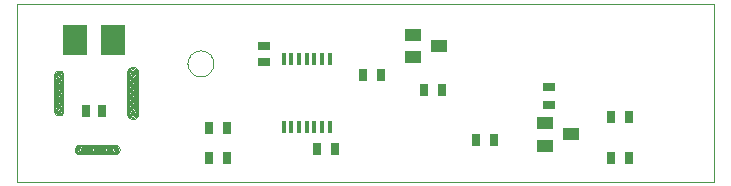
<source format=gbp>
G75*
%MOIN*%
%OFA0B0*%
%FSLAX24Y24*%
%IPPOS*%
%LPD*%
%AMOC8*
5,1,8,0,0,1.08239X$1,22.5*
%
%ADD10C,0.0000*%
%ADD11R,0.0551X0.0394*%
%ADD12R,0.0394X0.0315*%
%ADD13R,0.0315X0.0394*%
%ADD14R,0.0120X0.0390*%
%ADD15R,0.0787X0.1024*%
D10*
X001700Y000179D02*
X001700Y006084D01*
X024928Y006084D01*
X024928Y000179D01*
X001700Y000179D01*
X003610Y001242D02*
X003612Y001267D01*
X003618Y001291D01*
X003627Y001313D01*
X003640Y001334D01*
X003656Y001353D01*
X003675Y001369D01*
X003696Y001382D01*
X003718Y001391D01*
X003742Y001397D01*
X003767Y001399D01*
X003792Y001397D01*
X003816Y001391D01*
X003838Y001382D01*
X003859Y001369D01*
X003878Y001353D01*
X003894Y001334D01*
X003907Y001313D01*
X003916Y001291D01*
X003922Y001267D01*
X003924Y001242D01*
X003922Y001217D01*
X003916Y001193D01*
X003907Y001171D01*
X003894Y001150D01*
X003878Y001131D01*
X003859Y001115D01*
X003838Y001102D01*
X003816Y001093D01*
X003792Y001087D01*
X003767Y001085D01*
X003742Y001087D01*
X003718Y001093D01*
X003696Y001102D01*
X003675Y001115D01*
X003656Y001131D01*
X003640Y001150D01*
X003627Y001171D01*
X003618Y001193D01*
X003612Y001217D01*
X003610Y001242D01*
X003649Y001242D02*
X003651Y001267D01*
X003657Y001291D01*
X003666Y001313D01*
X003679Y001334D01*
X003695Y001353D01*
X003714Y001369D01*
X003735Y001382D01*
X003757Y001391D01*
X003781Y001397D01*
X003806Y001399D01*
X003831Y001397D01*
X003855Y001391D01*
X003877Y001382D01*
X003898Y001369D01*
X003917Y001353D01*
X003933Y001334D01*
X003946Y001313D01*
X003955Y001291D01*
X003961Y001267D01*
X003963Y001242D01*
X003961Y001217D01*
X003955Y001193D01*
X003946Y001171D01*
X003933Y001150D01*
X003917Y001131D01*
X003898Y001115D01*
X003877Y001102D01*
X003855Y001093D01*
X003831Y001087D01*
X003806Y001085D01*
X003781Y001087D01*
X003757Y001093D01*
X003735Y001102D01*
X003714Y001115D01*
X003695Y001131D01*
X003679Y001150D01*
X003666Y001171D01*
X003657Y001193D01*
X003651Y001217D01*
X003649Y001242D01*
X003688Y001242D02*
X003690Y001267D01*
X003696Y001291D01*
X003705Y001313D01*
X003718Y001334D01*
X003734Y001353D01*
X003753Y001369D01*
X003774Y001382D01*
X003796Y001391D01*
X003820Y001397D01*
X003845Y001399D01*
X003870Y001397D01*
X003894Y001391D01*
X003916Y001382D01*
X003937Y001369D01*
X003956Y001353D01*
X003972Y001334D01*
X003985Y001313D01*
X003994Y001291D01*
X004000Y001267D01*
X004002Y001242D01*
X004000Y001217D01*
X003994Y001193D01*
X003985Y001171D01*
X003972Y001150D01*
X003956Y001131D01*
X003937Y001115D01*
X003916Y001102D01*
X003894Y001093D01*
X003870Y001087D01*
X003845Y001085D01*
X003820Y001087D01*
X003796Y001093D01*
X003774Y001102D01*
X003753Y001115D01*
X003734Y001131D01*
X003718Y001150D01*
X003705Y001171D01*
X003696Y001193D01*
X003690Y001217D01*
X003688Y001242D01*
X003728Y001242D02*
X003730Y001267D01*
X003736Y001291D01*
X003745Y001313D01*
X003758Y001334D01*
X003774Y001353D01*
X003793Y001369D01*
X003814Y001382D01*
X003836Y001391D01*
X003860Y001397D01*
X003885Y001399D01*
X003910Y001397D01*
X003934Y001391D01*
X003956Y001382D01*
X003977Y001369D01*
X003996Y001353D01*
X004012Y001334D01*
X004025Y001313D01*
X004034Y001291D01*
X004040Y001267D01*
X004042Y001242D01*
X004040Y001217D01*
X004034Y001193D01*
X004025Y001171D01*
X004012Y001150D01*
X003996Y001131D01*
X003977Y001115D01*
X003956Y001102D01*
X003934Y001093D01*
X003910Y001087D01*
X003885Y001085D01*
X003860Y001087D01*
X003836Y001093D01*
X003814Y001102D01*
X003793Y001115D01*
X003774Y001131D01*
X003758Y001150D01*
X003745Y001171D01*
X003736Y001193D01*
X003730Y001217D01*
X003728Y001242D01*
X003767Y001242D02*
X003769Y001267D01*
X003775Y001291D01*
X003784Y001313D01*
X003797Y001334D01*
X003813Y001353D01*
X003832Y001369D01*
X003853Y001382D01*
X003875Y001391D01*
X003899Y001397D01*
X003924Y001399D01*
X003949Y001397D01*
X003973Y001391D01*
X003995Y001382D01*
X004016Y001369D01*
X004035Y001353D01*
X004051Y001334D01*
X004064Y001313D01*
X004073Y001291D01*
X004079Y001267D01*
X004081Y001242D01*
X004079Y001217D01*
X004073Y001193D01*
X004064Y001171D01*
X004051Y001150D01*
X004035Y001131D01*
X004016Y001115D01*
X003995Y001102D01*
X003973Y001093D01*
X003949Y001087D01*
X003924Y001085D01*
X003899Y001087D01*
X003875Y001093D01*
X003853Y001102D01*
X003832Y001115D01*
X003813Y001131D01*
X003797Y001150D01*
X003784Y001171D01*
X003775Y001193D01*
X003769Y001217D01*
X003767Y001242D01*
X003807Y001242D02*
X003809Y001267D01*
X003815Y001291D01*
X003824Y001313D01*
X003837Y001334D01*
X003853Y001353D01*
X003872Y001369D01*
X003893Y001382D01*
X003915Y001391D01*
X003939Y001397D01*
X003964Y001399D01*
X003989Y001397D01*
X004013Y001391D01*
X004035Y001382D01*
X004056Y001369D01*
X004075Y001353D01*
X004091Y001334D01*
X004104Y001313D01*
X004113Y001291D01*
X004119Y001267D01*
X004121Y001242D01*
X004119Y001217D01*
X004113Y001193D01*
X004104Y001171D01*
X004091Y001150D01*
X004075Y001131D01*
X004056Y001115D01*
X004035Y001102D01*
X004013Y001093D01*
X003989Y001087D01*
X003964Y001085D01*
X003939Y001087D01*
X003915Y001093D01*
X003893Y001102D01*
X003872Y001115D01*
X003853Y001131D01*
X003837Y001150D01*
X003824Y001171D01*
X003815Y001193D01*
X003809Y001217D01*
X003807Y001242D01*
X003846Y001242D02*
X003848Y001267D01*
X003854Y001291D01*
X003863Y001313D01*
X003876Y001334D01*
X003892Y001353D01*
X003911Y001369D01*
X003932Y001382D01*
X003954Y001391D01*
X003978Y001397D01*
X004003Y001399D01*
X004028Y001397D01*
X004052Y001391D01*
X004074Y001382D01*
X004095Y001369D01*
X004114Y001353D01*
X004130Y001334D01*
X004143Y001313D01*
X004152Y001291D01*
X004158Y001267D01*
X004160Y001242D01*
X004158Y001217D01*
X004152Y001193D01*
X004143Y001171D01*
X004130Y001150D01*
X004114Y001131D01*
X004095Y001115D01*
X004074Y001102D01*
X004052Y001093D01*
X004028Y001087D01*
X004003Y001085D01*
X003978Y001087D01*
X003954Y001093D01*
X003932Y001102D01*
X003911Y001115D01*
X003892Y001131D01*
X003876Y001150D01*
X003863Y001171D01*
X003854Y001193D01*
X003848Y001217D01*
X003846Y001242D01*
X003885Y001242D02*
X003887Y001267D01*
X003893Y001291D01*
X003902Y001313D01*
X003915Y001334D01*
X003931Y001353D01*
X003950Y001369D01*
X003971Y001382D01*
X003993Y001391D01*
X004017Y001397D01*
X004042Y001399D01*
X004067Y001397D01*
X004091Y001391D01*
X004113Y001382D01*
X004134Y001369D01*
X004153Y001353D01*
X004169Y001334D01*
X004182Y001313D01*
X004191Y001291D01*
X004197Y001267D01*
X004199Y001242D01*
X004197Y001217D01*
X004191Y001193D01*
X004182Y001171D01*
X004169Y001150D01*
X004153Y001131D01*
X004134Y001115D01*
X004113Y001102D01*
X004091Y001093D01*
X004067Y001087D01*
X004042Y001085D01*
X004017Y001087D01*
X003993Y001093D01*
X003971Y001102D01*
X003950Y001115D01*
X003931Y001131D01*
X003915Y001150D01*
X003902Y001171D01*
X003893Y001193D01*
X003887Y001217D01*
X003885Y001242D01*
X003925Y001242D02*
X003927Y001267D01*
X003933Y001291D01*
X003942Y001313D01*
X003955Y001334D01*
X003971Y001353D01*
X003990Y001369D01*
X004011Y001382D01*
X004033Y001391D01*
X004057Y001397D01*
X004082Y001399D01*
X004107Y001397D01*
X004131Y001391D01*
X004153Y001382D01*
X004174Y001369D01*
X004193Y001353D01*
X004209Y001334D01*
X004222Y001313D01*
X004231Y001291D01*
X004237Y001267D01*
X004239Y001242D01*
X004237Y001217D01*
X004231Y001193D01*
X004222Y001171D01*
X004209Y001150D01*
X004193Y001131D01*
X004174Y001115D01*
X004153Y001102D01*
X004131Y001093D01*
X004107Y001087D01*
X004082Y001085D01*
X004057Y001087D01*
X004033Y001093D01*
X004011Y001102D01*
X003990Y001115D01*
X003971Y001131D01*
X003955Y001150D01*
X003942Y001171D01*
X003933Y001193D01*
X003927Y001217D01*
X003925Y001242D01*
X003964Y001242D02*
X003966Y001267D01*
X003972Y001291D01*
X003981Y001313D01*
X003994Y001334D01*
X004010Y001353D01*
X004029Y001369D01*
X004050Y001382D01*
X004072Y001391D01*
X004096Y001397D01*
X004121Y001399D01*
X004146Y001397D01*
X004170Y001391D01*
X004192Y001382D01*
X004213Y001369D01*
X004232Y001353D01*
X004248Y001334D01*
X004261Y001313D01*
X004270Y001291D01*
X004276Y001267D01*
X004278Y001242D01*
X004276Y001217D01*
X004270Y001193D01*
X004261Y001171D01*
X004248Y001150D01*
X004232Y001131D01*
X004213Y001115D01*
X004192Y001102D01*
X004170Y001093D01*
X004146Y001087D01*
X004121Y001085D01*
X004096Y001087D01*
X004072Y001093D01*
X004050Y001102D01*
X004029Y001115D01*
X004010Y001131D01*
X003994Y001150D01*
X003981Y001171D01*
X003972Y001193D01*
X003966Y001217D01*
X003964Y001242D01*
X004003Y001242D02*
X004005Y001267D01*
X004011Y001291D01*
X004020Y001313D01*
X004033Y001334D01*
X004049Y001353D01*
X004068Y001369D01*
X004089Y001382D01*
X004111Y001391D01*
X004135Y001397D01*
X004160Y001399D01*
X004185Y001397D01*
X004209Y001391D01*
X004231Y001382D01*
X004252Y001369D01*
X004271Y001353D01*
X004287Y001334D01*
X004300Y001313D01*
X004309Y001291D01*
X004315Y001267D01*
X004317Y001242D01*
X004315Y001217D01*
X004309Y001193D01*
X004300Y001171D01*
X004287Y001150D01*
X004271Y001131D01*
X004252Y001115D01*
X004231Y001102D01*
X004209Y001093D01*
X004185Y001087D01*
X004160Y001085D01*
X004135Y001087D01*
X004111Y001093D01*
X004089Y001102D01*
X004068Y001115D01*
X004049Y001131D01*
X004033Y001150D01*
X004020Y001171D01*
X004011Y001193D01*
X004005Y001217D01*
X004003Y001242D01*
X004043Y001242D02*
X004045Y001267D01*
X004051Y001291D01*
X004060Y001313D01*
X004073Y001334D01*
X004089Y001353D01*
X004108Y001369D01*
X004129Y001382D01*
X004151Y001391D01*
X004175Y001397D01*
X004200Y001399D01*
X004225Y001397D01*
X004249Y001391D01*
X004271Y001382D01*
X004292Y001369D01*
X004311Y001353D01*
X004327Y001334D01*
X004340Y001313D01*
X004349Y001291D01*
X004355Y001267D01*
X004357Y001242D01*
X004355Y001217D01*
X004349Y001193D01*
X004340Y001171D01*
X004327Y001150D01*
X004311Y001131D01*
X004292Y001115D01*
X004271Y001102D01*
X004249Y001093D01*
X004225Y001087D01*
X004200Y001085D01*
X004175Y001087D01*
X004151Y001093D01*
X004129Y001102D01*
X004108Y001115D01*
X004089Y001131D01*
X004073Y001150D01*
X004060Y001171D01*
X004051Y001193D01*
X004045Y001217D01*
X004043Y001242D01*
X004082Y001242D02*
X004084Y001267D01*
X004090Y001291D01*
X004099Y001313D01*
X004112Y001334D01*
X004128Y001353D01*
X004147Y001369D01*
X004168Y001382D01*
X004190Y001391D01*
X004214Y001397D01*
X004239Y001399D01*
X004264Y001397D01*
X004288Y001391D01*
X004310Y001382D01*
X004331Y001369D01*
X004350Y001353D01*
X004366Y001334D01*
X004379Y001313D01*
X004388Y001291D01*
X004394Y001267D01*
X004396Y001242D01*
X004394Y001217D01*
X004388Y001193D01*
X004379Y001171D01*
X004366Y001150D01*
X004350Y001131D01*
X004331Y001115D01*
X004310Y001102D01*
X004288Y001093D01*
X004264Y001087D01*
X004239Y001085D01*
X004214Y001087D01*
X004190Y001093D01*
X004168Y001102D01*
X004147Y001115D01*
X004128Y001131D01*
X004112Y001150D01*
X004099Y001171D01*
X004090Y001193D01*
X004084Y001217D01*
X004082Y001242D01*
X004122Y001242D02*
X004124Y001267D01*
X004130Y001291D01*
X004139Y001313D01*
X004152Y001334D01*
X004168Y001353D01*
X004187Y001369D01*
X004208Y001382D01*
X004230Y001391D01*
X004254Y001397D01*
X004279Y001399D01*
X004304Y001397D01*
X004328Y001391D01*
X004350Y001382D01*
X004371Y001369D01*
X004390Y001353D01*
X004406Y001334D01*
X004419Y001313D01*
X004428Y001291D01*
X004434Y001267D01*
X004436Y001242D01*
X004434Y001217D01*
X004428Y001193D01*
X004419Y001171D01*
X004406Y001150D01*
X004390Y001131D01*
X004371Y001115D01*
X004350Y001102D01*
X004328Y001093D01*
X004304Y001087D01*
X004279Y001085D01*
X004254Y001087D01*
X004230Y001093D01*
X004208Y001102D01*
X004187Y001115D01*
X004168Y001131D01*
X004152Y001150D01*
X004139Y001171D01*
X004130Y001193D01*
X004124Y001217D01*
X004122Y001242D01*
X004161Y001242D02*
X004163Y001267D01*
X004169Y001291D01*
X004178Y001313D01*
X004191Y001334D01*
X004207Y001353D01*
X004226Y001369D01*
X004247Y001382D01*
X004269Y001391D01*
X004293Y001397D01*
X004318Y001399D01*
X004343Y001397D01*
X004367Y001391D01*
X004389Y001382D01*
X004410Y001369D01*
X004429Y001353D01*
X004445Y001334D01*
X004458Y001313D01*
X004467Y001291D01*
X004473Y001267D01*
X004475Y001242D01*
X004473Y001217D01*
X004467Y001193D01*
X004458Y001171D01*
X004445Y001150D01*
X004429Y001131D01*
X004410Y001115D01*
X004389Y001102D01*
X004367Y001093D01*
X004343Y001087D01*
X004318Y001085D01*
X004293Y001087D01*
X004269Y001093D01*
X004247Y001102D01*
X004226Y001115D01*
X004207Y001131D01*
X004191Y001150D01*
X004178Y001171D01*
X004169Y001193D01*
X004163Y001217D01*
X004161Y001242D01*
X004200Y001242D02*
X004202Y001267D01*
X004208Y001291D01*
X004217Y001313D01*
X004230Y001334D01*
X004246Y001353D01*
X004265Y001369D01*
X004286Y001382D01*
X004308Y001391D01*
X004332Y001397D01*
X004357Y001399D01*
X004382Y001397D01*
X004406Y001391D01*
X004428Y001382D01*
X004449Y001369D01*
X004468Y001353D01*
X004484Y001334D01*
X004497Y001313D01*
X004506Y001291D01*
X004512Y001267D01*
X004514Y001242D01*
X004512Y001217D01*
X004506Y001193D01*
X004497Y001171D01*
X004484Y001150D01*
X004468Y001131D01*
X004449Y001115D01*
X004428Y001102D01*
X004406Y001093D01*
X004382Y001087D01*
X004357Y001085D01*
X004332Y001087D01*
X004308Y001093D01*
X004286Y001102D01*
X004265Y001115D01*
X004246Y001131D01*
X004230Y001150D01*
X004217Y001171D01*
X004208Y001193D01*
X004202Y001217D01*
X004200Y001242D01*
X004240Y001242D02*
X004242Y001267D01*
X004248Y001291D01*
X004257Y001313D01*
X004270Y001334D01*
X004286Y001353D01*
X004305Y001369D01*
X004326Y001382D01*
X004348Y001391D01*
X004372Y001397D01*
X004397Y001399D01*
X004422Y001397D01*
X004446Y001391D01*
X004468Y001382D01*
X004489Y001369D01*
X004508Y001353D01*
X004524Y001334D01*
X004537Y001313D01*
X004546Y001291D01*
X004552Y001267D01*
X004554Y001242D01*
X004552Y001217D01*
X004546Y001193D01*
X004537Y001171D01*
X004524Y001150D01*
X004508Y001131D01*
X004489Y001115D01*
X004468Y001102D01*
X004446Y001093D01*
X004422Y001087D01*
X004397Y001085D01*
X004372Y001087D01*
X004348Y001093D01*
X004326Y001102D01*
X004305Y001115D01*
X004286Y001131D01*
X004270Y001150D01*
X004257Y001171D01*
X004248Y001193D01*
X004242Y001217D01*
X004240Y001242D01*
X004279Y001242D02*
X004281Y001267D01*
X004287Y001291D01*
X004296Y001313D01*
X004309Y001334D01*
X004325Y001353D01*
X004344Y001369D01*
X004365Y001382D01*
X004387Y001391D01*
X004411Y001397D01*
X004436Y001399D01*
X004461Y001397D01*
X004485Y001391D01*
X004507Y001382D01*
X004528Y001369D01*
X004547Y001353D01*
X004563Y001334D01*
X004576Y001313D01*
X004585Y001291D01*
X004591Y001267D01*
X004593Y001242D01*
X004591Y001217D01*
X004585Y001193D01*
X004576Y001171D01*
X004563Y001150D01*
X004547Y001131D01*
X004528Y001115D01*
X004507Y001102D01*
X004485Y001093D01*
X004461Y001087D01*
X004436Y001085D01*
X004411Y001087D01*
X004387Y001093D01*
X004365Y001102D01*
X004344Y001115D01*
X004325Y001131D01*
X004309Y001150D01*
X004296Y001171D01*
X004287Y001193D01*
X004281Y001217D01*
X004279Y001242D01*
X004318Y001242D02*
X004320Y001267D01*
X004326Y001291D01*
X004335Y001313D01*
X004348Y001334D01*
X004364Y001353D01*
X004383Y001369D01*
X004404Y001382D01*
X004426Y001391D01*
X004450Y001397D01*
X004475Y001399D01*
X004500Y001397D01*
X004524Y001391D01*
X004546Y001382D01*
X004567Y001369D01*
X004586Y001353D01*
X004602Y001334D01*
X004615Y001313D01*
X004624Y001291D01*
X004630Y001267D01*
X004632Y001242D01*
X004630Y001217D01*
X004624Y001193D01*
X004615Y001171D01*
X004602Y001150D01*
X004586Y001131D01*
X004567Y001115D01*
X004546Y001102D01*
X004524Y001093D01*
X004500Y001087D01*
X004475Y001085D01*
X004450Y001087D01*
X004426Y001093D01*
X004404Y001102D01*
X004383Y001115D01*
X004364Y001131D01*
X004348Y001150D01*
X004335Y001171D01*
X004326Y001193D01*
X004320Y001217D01*
X004318Y001242D01*
X004358Y001242D02*
X004360Y001267D01*
X004366Y001291D01*
X004375Y001313D01*
X004388Y001334D01*
X004404Y001353D01*
X004423Y001369D01*
X004444Y001382D01*
X004466Y001391D01*
X004490Y001397D01*
X004515Y001399D01*
X004540Y001397D01*
X004564Y001391D01*
X004586Y001382D01*
X004607Y001369D01*
X004626Y001353D01*
X004642Y001334D01*
X004655Y001313D01*
X004664Y001291D01*
X004670Y001267D01*
X004672Y001242D01*
X004670Y001217D01*
X004664Y001193D01*
X004655Y001171D01*
X004642Y001150D01*
X004626Y001131D01*
X004607Y001115D01*
X004586Y001102D01*
X004564Y001093D01*
X004540Y001087D01*
X004515Y001085D01*
X004490Y001087D01*
X004466Y001093D01*
X004444Y001102D01*
X004423Y001115D01*
X004404Y001131D01*
X004388Y001150D01*
X004375Y001171D01*
X004366Y001193D01*
X004360Y001217D01*
X004358Y001242D01*
X004397Y001242D02*
X004399Y001267D01*
X004405Y001291D01*
X004414Y001313D01*
X004427Y001334D01*
X004443Y001353D01*
X004462Y001369D01*
X004483Y001382D01*
X004505Y001391D01*
X004529Y001397D01*
X004554Y001399D01*
X004579Y001397D01*
X004603Y001391D01*
X004625Y001382D01*
X004646Y001369D01*
X004665Y001353D01*
X004681Y001334D01*
X004694Y001313D01*
X004703Y001291D01*
X004709Y001267D01*
X004711Y001242D01*
X004709Y001217D01*
X004703Y001193D01*
X004694Y001171D01*
X004681Y001150D01*
X004665Y001131D01*
X004646Y001115D01*
X004625Y001102D01*
X004603Y001093D01*
X004579Y001087D01*
X004554Y001085D01*
X004529Y001087D01*
X004505Y001093D01*
X004483Y001102D01*
X004462Y001115D01*
X004443Y001131D01*
X004427Y001150D01*
X004414Y001171D01*
X004405Y001193D01*
X004399Y001217D01*
X004397Y001242D01*
X004437Y001242D02*
X004439Y001267D01*
X004445Y001291D01*
X004454Y001313D01*
X004467Y001334D01*
X004483Y001353D01*
X004502Y001369D01*
X004523Y001382D01*
X004545Y001391D01*
X004569Y001397D01*
X004594Y001399D01*
X004619Y001397D01*
X004643Y001391D01*
X004665Y001382D01*
X004686Y001369D01*
X004705Y001353D01*
X004721Y001334D01*
X004734Y001313D01*
X004743Y001291D01*
X004749Y001267D01*
X004751Y001242D01*
X004749Y001217D01*
X004743Y001193D01*
X004734Y001171D01*
X004721Y001150D01*
X004705Y001131D01*
X004686Y001115D01*
X004665Y001102D01*
X004643Y001093D01*
X004619Y001087D01*
X004594Y001085D01*
X004569Y001087D01*
X004545Y001093D01*
X004523Y001102D01*
X004502Y001115D01*
X004483Y001131D01*
X004467Y001150D01*
X004454Y001171D01*
X004445Y001193D01*
X004439Y001217D01*
X004437Y001242D01*
X004476Y001242D02*
X004478Y001267D01*
X004484Y001291D01*
X004493Y001313D01*
X004506Y001334D01*
X004522Y001353D01*
X004541Y001369D01*
X004562Y001382D01*
X004584Y001391D01*
X004608Y001397D01*
X004633Y001399D01*
X004658Y001397D01*
X004682Y001391D01*
X004704Y001382D01*
X004725Y001369D01*
X004744Y001353D01*
X004760Y001334D01*
X004773Y001313D01*
X004782Y001291D01*
X004788Y001267D01*
X004790Y001242D01*
X004788Y001217D01*
X004782Y001193D01*
X004773Y001171D01*
X004760Y001150D01*
X004744Y001131D01*
X004725Y001115D01*
X004704Y001102D01*
X004682Y001093D01*
X004658Y001087D01*
X004633Y001085D01*
X004608Y001087D01*
X004584Y001093D01*
X004562Y001102D01*
X004541Y001115D01*
X004522Y001131D01*
X004506Y001150D01*
X004493Y001171D01*
X004484Y001193D01*
X004478Y001217D01*
X004476Y001242D01*
X004515Y001242D02*
X004517Y001267D01*
X004523Y001291D01*
X004532Y001313D01*
X004545Y001334D01*
X004561Y001353D01*
X004580Y001369D01*
X004601Y001382D01*
X004623Y001391D01*
X004647Y001397D01*
X004672Y001399D01*
X004697Y001397D01*
X004721Y001391D01*
X004743Y001382D01*
X004764Y001369D01*
X004783Y001353D01*
X004799Y001334D01*
X004812Y001313D01*
X004821Y001291D01*
X004827Y001267D01*
X004829Y001242D01*
X004827Y001217D01*
X004821Y001193D01*
X004812Y001171D01*
X004799Y001150D01*
X004783Y001131D01*
X004764Y001115D01*
X004743Y001102D01*
X004721Y001093D01*
X004697Y001087D01*
X004672Y001085D01*
X004647Y001087D01*
X004623Y001093D01*
X004601Y001102D01*
X004580Y001115D01*
X004561Y001131D01*
X004545Y001150D01*
X004532Y001171D01*
X004523Y001193D01*
X004517Y001217D01*
X004515Y001242D01*
X004555Y001242D02*
X004557Y001267D01*
X004563Y001291D01*
X004572Y001313D01*
X004585Y001334D01*
X004601Y001353D01*
X004620Y001369D01*
X004641Y001382D01*
X004663Y001391D01*
X004687Y001397D01*
X004712Y001399D01*
X004737Y001397D01*
X004761Y001391D01*
X004783Y001382D01*
X004804Y001369D01*
X004823Y001353D01*
X004839Y001334D01*
X004852Y001313D01*
X004861Y001291D01*
X004867Y001267D01*
X004869Y001242D01*
X004867Y001217D01*
X004861Y001193D01*
X004852Y001171D01*
X004839Y001150D01*
X004823Y001131D01*
X004804Y001115D01*
X004783Y001102D01*
X004761Y001093D01*
X004737Y001087D01*
X004712Y001085D01*
X004687Y001087D01*
X004663Y001093D01*
X004641Y001102D01*
X004620Y001115D01*
X004601Y001131D01*
X004585Y001150D01*
X004572Y001171D01*
X004563Y001193D01*
X004557Y001217D01*
X004555Y001242D01*
X004594Y001242D02*
X004596Y001267D01*
X004602Y001291D01*
X004611Y001313D01*
X004624Y001334D01*
X004640Y001353D01*
X004659Y001369D01*
X004680Y001382D01*
X004702Y001391D01*
X004726Y001397D01*
X004751Y001399D01*
X004776Y001397D01*
X004800Y001391D01*
X004822Y001382D01*
X004843Y001369D01*
X004862Y001353D01*
X004878Y001334D01*
X004891Y001313D01*
X004900Y001291D01*
X004906Y001267D01*
X004908Y001242D01*
X004906Y001217D01*
X004900Y001193D01*
X004891Y001171D01*
X004878Y001150D01*
X004862Y001131D01*
X004843Y001115D01*
X004822Y001102D01*
X004800Y001093D01*
X004776Y001087D01*
X004751Y001085D01*
X004726Y001087D01*
X004702Y001093D01*
X004680Y001102D01*
X004659Y001115D01*
X004640Y001131D01*
X004624Y001150D01*
X004611Y001171D01*
X004602Y001193D01*
X004596Y001217D01*
X004594Y001242D01*
X004633Y001242D02*
X004635Y001267D01*
X004641Y001291D01*
X004650Y001313D01*
X004663Y001334D01*
X004679Y001353D01*
X004698Y001369D01*
X004719Y001382D01*
X004741Y001391D01*
X004765Y001397D01*
X004790Y001399D01*
X004815Y001397D01*
X004839Y001391D01*
X004861Y001382D01*
X004882Y001369D01*
X004901Y001353D01*
X004917Y001334D01*
X004930Y001313D01*
X004939Y001291D01*
X004945Y001267D01*
X004947Y001242D01*
X004945Y001217D01*
X004939Y001193D01*
X004930Y001171D01*
X004917Y001150D01*
X004901Y001131D01*
X004882Y001115D01*
X004861Y001102D01*
X004839Y001093D01*
X004815Y001087D01*
X004790Y001085D01*
X004765Y001087D01*
X004741Y001093D01*
X004719Y001102D01*
X004698Y001115D01*
X004679Y001131D01*
X004663Y001150D01*
X004650Y001171D01*
X004641Y001193D01*
X004635Y001217D01*
X004633Y001242D01*
X004673Y001242D02*
X004675Y001267D01*
X004681Y001291D01*
X004690Y001313D01*
X004703Y001334D01*
X004719Y001353D01*
X004738Y001369D01*
X004759Y001382D01*
X004781Y001391D01*
X004805Y001397D01*
X004830Y001399D01*
X004855Y001397D01*
X004879Y001391D01*
X004901Y001382D01*
X004922Y001369D01*
X004941Y001353D01*
X004957Y001334D01*
X004970Y001313D01*
X004979Y001291D01*
X004985Y001267D01*
X004987Y001242D01*
X004985Y001217D01*
X004979Y001193D01*
X004970Y001171D01*
X004957Y001150D01*
X004941Y001131D01*
X004922Y001115D01*
X004901Y001102D01*
X004879Y001093D01*
X004855Y001087D01*
X004830Y001085D01*
X004805Y001087D01*
X004781Y001093D01*
X004759Y001102D01*
X004738Y001115D01*
X004719Y001131D01*
X004703Y001150D01*
X004690Y001171D01*
X004681Y001193D01*
X004675Y001217D01*
X004673Y001242D01*
X004712Y001242D02*
X004714Y001267D01*
X004720Y001291D01*
X004729Y001313D01*
X004742Y001334D01*
X004758Y001353D01*
X004777Y001369D01*
X004798Y001382D01*
X004820Y001391D01*
X004844Y001397D01*
X004869Y001399D01*
X004894Y001397D01*
X004918Y001391D01*
X004940Y001382D01*
X004961Y001369D01*
X004980Y001353D01*
X004996Y001334D01*
X005009Y001313D01*
X005018Y001291D01*
X005024Y001267D01*
X005026Y001242D01*
X005024Y001217D01*
X005018Y001193D01*
X005009Y001171D01*
X004996Y001150D01*
X004980Y001131D01*
X004961Y001115D01*
X004940Y001102D01*
X004918Y001093D01*
X004894Y001087D01*
X004869Y001085D01*
X004844Y001087D01*
X004820Y001093D01*
X004798Y001102D01*
X004777Y001115D01*
X004758Y001131D01*
X004742Y001150D01*
X004729Y001171D01*
X004720Y001193D01*
X004714Y001217D01*
X004712Y001242D01*
X004751Y001242D02*
X004753Y001267D01*
X004759Y001291D01*
X004768Y001313D01*
X004781Y001334D01*
X004797Y001353D01*
X004816Y001369D01*
X004837Y001382D01*
X004859Y001391D01*
X004883Y001397D01*
X004908Y001399D01*
X004933Y001397D01*
X004957Y001391D01*
X004979Y001382D01*
X005000Y001369D01*
X005019Y001353D01*
X005035Y001334D01*
X005048Y001313D01*
X005057Y001291D01*
X005063Y001267D01*
X005065Y001242D01*
X005063Y001217D01*
X005057Y001193D01*
X005048Y001171D01*
X005035Y001150D01*
X005019Y001131D01*
X005000Y001115D01*
X004979Y001102D01*
X004957Y001093D01*
X004933Y001087D01*
X004908Y001085D01*
X004883Y001087D01*
X004859Y001093D01*
X004837Y001102D01*
X004816Y001115D01*
X004797Y001131D01*
X004781Y001150D01*
X004768Y001171D01*
X004759Y001193D01*
X004753Y001217D01*
X004751Y001242D01*
X004791Y001242D02*
X004793Y001267D01*
X004799Y001291D01*
X004808Y001313D01*
X004821Y001334D01*
X004837Y001353D01*
X004856Y001369D01*
X004877Y001382D01*
X004899Y001391D01*
X004923Y001397D01*
X004948Y001399D01*
X004973Y001397D01*
X004997Y001391D01*
X005019Y001382D01*
X005040Y001369D01*
X005059Y001353D01*
X005075Y001334D01*
X005088Y001313D01*
X005097Y001291D01*
X005103Y001267D01*
X005105Y001242D01*
X005103Y001217D01*
X005097Y001193D01*
X005088Y001171D01*
X005075Y001150D01*
X005059Y001131D01*
X005040Y001115D01*
X005019Y001102D01*
X004997Y001093D01*
X004973Y001087D01*
X004948Y001085D01*
X004923Y001087D01*
X004899Y001093D01*
X004877Y001102D01*
X004856Y001115D01*
X004837Y001131D01*
X004821Y001150D01*
X004808Y001171D01*
X004799Y001193D01*
X004793Y001217D01*
X004791Y001242D01*
X005341Y002462D02*
X005343Y002489D01*
X005349Y002516D01*
X005358Y002542D01*
X005371Y002566D01*
X005387Y002589D01*
X005406Y002608D01*
X005428Y002625D01*
X005452Y002639D01*
X005477Y002649D01*
X005504Y002656D01*
X005531Y002659D01*
X005559Y002658D01*
X005586Y002653D01*
X005612Y002645D01*
X005636Y002633D01*
X005659Y002617D01*
X005680Y002599D01*
X005697Y002578D01*
X005712Y002554D01*
X005723Y002529D01*
X005731Y002503D01*
X005735Y002476D01*
X005735Y002448D01*
X005731Y002421D01*
X005723Y002395D01*
X005712Y002370D01*
X005697Y002346D01*
X005680Y002325D01*
X005659Y002307D01*
X005637Y002291D01*
X005612Y002279D01*
X005586Y002271D01*
X005559Y002266D01*
X005531Y002265D01*
X005504Y002268D01*
X005477Y002275D01*
X005452Y002285D01*
X005428Y002299D01*
X005406Y002316D01*
X005387Y002335D01*
X005371Y002358D01*
X005358Y002382D01*
X005349Y002408D01*
X005343Y002435D01*
X005341Y002462D01*
X005341Y002502D02*
X005343Y002529D01*
X005349Y002556D01*
X005358Y002582D01*
X005371Y002606D01*
X005387Y002629D01*
X005406Y002648D01*
X005428Y002665D01*
X005452Y002679D01*
X005477Y002689D01*
X005504Y002696D01*
X005531Y002699D01*
X005559Y002698D01*
X005586Y002693D01*
X005612Y002685D01*
X005636Y002673D01*
X005659Y002657D01*
X005680Y002639D01*
X005697Y002618D01*
X005712Y002594D01*
X005723Y002569D01*
X005731Y002543D01*
X005735Y002516D01*
X005735Y002488D01*
X005731Y002461D01*
X005723Y002435D01*
X005712Y002410D01*
X005697Y002386D01*
X005680Y002365D01*
X005659Y002347D01*
X005637Y002331D01*
X005612Y002319D01*
X005586Y002311D01*
X005559Y002306D01*
X005531Y002305D01*
X005504Y002308D01*
X005477Y002315D01*
X005452Y002325D01*
X005428Y002339D01*
X005406Y002356D01*
X005387Y002375D01*
X005371Y002398D01*
X005358Y002422D01*
X005349Y002448D01*
X005343Y002475D01*
X005341Y002502D01*
X005341Y002541D02*
X005343Y002568D01*
X005349Y002595D01*
X005358Y002621D01*
X005371Y002645D01*
X005387Y002668D01*
X005406Y002687D01*
X005428Y002704D01*
X005452Y002718D01*
X005477Y002728D01*
X005504Y002735D01*
X005531Y002738D01*
X005559Y002737D01*
X005586Y002732D01*
X005612Y002724D01*
X005636Y002712D01*
X005659Y002696D01*
X005680Y002678D01*
X005697Y002657D01*
X005712Y002633D01*
X005723Y002608D01*
X005731Y002582D01*
X005735Y002555D01*
X005735Y002527D01*
X005731Y002500D01*
X005723Y002474D01*
X005712Y002449D01*
X005697Y002425D01*
X005680Y002404D01*
X005659Y002386D01*
X005637Y002370D01*
X005612Y002358D01*
X005586Y002350D01*
X005559Y002345D01*
X005531Y002344D01*
X005504Y002347D01*
X005477Y002354D01*
X005452Y002364D01*
X005428Y002378D01*
X005406Y002395D01*
X005387Y002414D01*
X005371Y002437D01*
X005358Y002461D01*
X005349Y002487D01*
X005343Y002514D01*
X005341Y002541D01*
X005341Y002580D02*
X005343Y002607D01*
X005349Y002634D01*
X005358Y002660D01*
X005371Y002684D01*
X005387Y002707D01*
X005406Y002726D01*
X005428Y002743D01*
X005452Y002757D01*
X005477Y002767D01*
X005504Y002774D01*
X005531Y002777D01*
X005559Y002776D01*
X005586Y002771D01*
X005612Y002763D01*
X005636Y002751D01*
X005659Y002735D01*
X005680Y002717D01*
X005697Y002696D01*
X005712Y002672D01*
X005723Y002647D01*
X005731Y002621D01*
X005735Y002594D01*
X005735Y002566D01*
X005731Y002539D01*
X005723Y002513D01*
X005712Y002488D01*
X005697Y002464D01*
X005680Y002443D01*
X005659Y002425D01*
X005637Y002409D01*
X005612Y002397D01*
X005586Y002389D01*
X005559Y002384D01*
X005531Y002383D01*
X005504Y002386D01*
X005477Y002393D01*
X005452Y002403D01*
X005428Y002417D01*
X005406Y002434D01*
X005387Y002453D01*
X005371Y002476D01*
X005358Y002500D01*
X005349Y002526D01*
X005343Y002553D01*
X005341Y002580D01*
X005341Y002620D02*
X005343Y002647D01*
X005349Y002674D01*
X005358Y002700D01*
X005371Y002724D01*
X005387Y002747D01*
X005406Y002766D01*
X005428Y002783D01*
X005452Y002797D01*
X005477Y002807D01*
X005504Y002814D01*
X005531Y002817D01*
X005559Y002816D01*
X005586Y002811D01*
X005612Y002803D01*
X005636Y002791D01*
X005659Y002775D01*
X005680Y002757D01*
X005697Y002736D01*
X005712Y002712D01*
X005723Y002687D01*
X005731Y002661D01*
X005735Y002634D01*
X005735Y002606D01*
X005731Y002579D01*
X005723Y002553D01*
X005712Y002528D01*
X005697Y002504D01*
X005680Y002483D01*
X005659Y002465D01*
X005637Y002449D01*
X005612Y002437D01*
X005586Y002429D01*
X005559Y002424D01*
X005531Y002423D01*
X005504Y002426D01*
X005477Y002433D01*
X005452Y002443D01*
X005428Y002457D01*
X005406Y002474D01*
X005387Y002493D01*
X005371Y002516D01*
X005358Y002540D01*
X005349Y002566D01*
X005343Y002593D01*
X005341Y002620D01*
X005341Y002659D02*
X005343Y002686D01*
X005349Y002713D01*
X005358Y002739D01*
X005371Y002763D01*
X005387Y002786D01*
X005406Y002805D01*
X005428Y002822D01*
X005452Y002836D01*
X005477Y002846D01*
X005504Y002853D01*
X005531Y002856D01*
X005559Y002855D01*
X005586Y002850D01*
X005612Y002842D01*
X005636Y002830D01*
X005659Y002814D01*
X005680Y002796D01*
X005697Y002775D01*
X005712Y002751D01*
X005723Y002726D01*
X005731Y002700D01*
X005735Y002673D01*
X005735Y002645D01*
X005731Y002618D01*
X005723Y002592D01*
X005712Y002567D01*
X005697Y002543D01*
X005680Y002522D01*
X005659Y002504D01*
X005637Y002488D01*
X005612Y002476D01*
X005586Y002468D01*
X005559Y002463D01*
X005531Y002462D01*
X005504Y002465D01*
X005477Y002472D01*
X005452Y002482D01*
X005428Y002496D01*
X005406Y002513D01*
X005387Y002532D01*
X005371Y002555D01*
X005358Y002579D01*
X005349Y002605D01*
X005343Y002632D01*
X005341Y002659D01*
X005341Y002698D02*
X005343Y002725D01*
X005349Y002752D01*
X005358Y002778D01*
X005371Y002802D01*
X005387Y002825D01*
X005406Y002844D01*
X005428Y002861D01*
X005452Y002875D01*
X005477Y002885D01*
X005504Y002892D01*
X005531Y002895D01*
X005559Y002894D01*
X005586Y002889D01*
X005612Y002881D01*
X005636Y002869D01*
X005659Y002853D01*
X005680Y002835D01*
X005697Y002814D01*
X005712Y002790D01*
X005723Y002765D01*
X005731Y002739D01*
X005735Y002712D01*
X005735Y002684D01*
X005731Y002657D01*
X005723Y002631D01*
X005712Y002606D01*
X005697Y002582D01*
X005680Y002561D01*
X005659Y002543D01*
X005637Y002527D01*
X005612Y002515D01*
X005586Y002507D01*
X005559Y002502D01*
X005531Y002501D01*
X005504Y002504D01*
X005477Y002511D01*
X005452Y002521D01*
X005428Y002535D01*
X005406Y002552D01*
X005387Y002571D01*
X005371Y002594D01*
X005358Y002618D01*
X005349Y002644D01*
X005343Y002671D01*
X005341Y002698D01*
X005341Y002738D02*
X005343Y002765D01*
X005349Y002792D01*
X005358Y002818D01*
X005371Y002842D01*
X005387Y002865D01*
X005406Y002884D01*
X005428Y002901D01*
X005452Y002915D01*
X005477Y002925D01*
X005504Y002932D01*
X005531Y002935D01*
X005559Y002934D01*
X005586Y002929D01*
X005612Y002921D01*
X005636Y002909D01*
X005659Y002893D01*
X005680Y002875D01*
X005697Y002854D01*
X005712Y002830D01*
X005723Y002805D01*
X005731Y002779D01*
X005735Y002752D01*
X005735Y002724D01*
X005731Y002697D01*
X005723Y002671D01*
X005712Y002646D01*
X005697Y002622D01*
X005680Y002601D01*
X005659Y002583D01*
X005637Y002567D01*
X005612Y002555D01*
X005586Y002547D01*
X005559Y002542D01*
X005531Y002541D01*
X005504Y002544D01*
X005477Y002551D01*
X005452Y002561D01*
X005428Y002575D01*
X005406Y002592D01*
X005387Y002611D01*
X005371Y002634D01*
X005358Y002658D01*
X005349Y002684D01*
X005343Y002711D01*
X005341Y002738D01*
X005341Y002777D02*
X005343Y002804D01*
X005349Y002831D01*
X005358Y002857D01*
X005371Y002881D01*
X005387Y002904D01*
X005406Y002923D01*
X005428Y002940D01*
X005452Y002954D01*
X005477Y002964D01*
X005504Y002971D01*
X005531Y002974D01*
X005559Y002973D01*
X005586Y002968D01*
X005612Y002960D01*
X005636Y002948D01*
X005659Y002932D01*
X005680Y002914D01*
X005697Y002893D01*
X005712Y002869D01*
X005723Y002844D01*
X005731Y002818D01*
X005735Y002791D01*
X005735Y002763D01*
X005731Y002736D01*
X005723Y002710D01*
X005712Y002685D01*
X005697Y002661D01*
X005680Y002640D01*
X005659Y002622D01*
X005637Y002606D01*
X005612Y002594D01*
X005586Y002586D01*
X005559Y002581D01*
X005531Y002580D01*
X005504Y002583D01*
X005477Y002590D01*
X005452Y002600D01*
X005428Y002614D01*
X005406Y002631D01*
X005387Y002650D01*
X005371Y002673D01*
X005358Y002697D01*
X005349Y002723D01*
X005343Y002750D01*
X005341Y002777D01*
X005341Y002817D02*
X005343Y002844D01*
X005349Y002871D01*
X005358Y002897D01*
X005371Y002921D01*
X005387Y002944D01*
X005406Y002963D01*
X005428Y002980D01*
X005452Y002994D01*
X005477Y003004D01*
X005504Y003011D01*
X005531Y003014D01*
X005559Y003013D01*
X005586Y003008D01*
X005612Y003000D01*
X005636Y002988D01*
X005659Y002972D01*
X005680Y002954D01*
X005697Y002933D01*
X005712Y002909D01*
X005723Y002884D01*
X005731Y002858D01*
X005735Y002831D01*
X005735Y002803D01*
X005731Y002776D01*
X005723Y002750D01*
X005712Y002725D01*
X005697Y002701D01*
X005680Y002680D01*
X005659Y002662D01*
X005637Y002646D01*
X005612Y002634D01*
X005586Y002626D01*
X005559Y002621D01*
X005531Y002620D01*
X005504Y002623D01*
X005477Y002630D01*
X005452Y002640D01*
X005428Y002654D01*
X005406Y002671D01*
X005387Y002690D01*
X005371Y002713D01*
X005358Y002737D01*
X005349Y002763D01*
X005343Y002790D01*
X005341Y002817D01*
X005341Y002856D02*
X005343Y002883D01*
X005349Y002910D01*
X005358Y002936D01*
X005371Y002960D01*
X005387Y002983D01*
X005406Y003002D01*
X005428Y003019D01*
X005452Y003033D01*
X005477Y003043D01*
X005504Y003050D01*
X005531Y003053D01*
X005559Y003052D01*
X005586Y003047D01*
X005612Y003039D01*
X005636Y003027D01*
X005659Y003011D01*
X005680Y002993D01*
X005697Y002972D01*
X005712Y002948D01*
X005723Y002923D01*
X005731Y002897D01*
X005735Y002870D01*
X005735Y002842D01*
X005731Y002815D01*
X005723Y002789D01*
X005712Y002764D01*
X005697Y002740D01*
X005680Y002719D01*
X005659Y002701D01*
X005637Y002685D01*
X005612Y002673D01*
X005586Y002665D01*
X005559Y002660D01*
X005531Y002659D01*
X005504Y002662D01*
X005477Y002669D01*
X005452Y002679D01*
X005428Y002693D01*
X005406Y002710D01*
X005387Y002729D01*
X005371Y002752D01*
X005358Y002776D01*
X005349Y002802D01*
X005343Y002829D01*
X005341Y002856D01*
X005341Y002895D02*
X005343Y002922D01*
X005349Y002949D01*
X005358Y002975D01*
X005371Y002999D01*
X005387Y003022D01*
X005406Y003041D01*
X005428Y003058D01*
X005452Y003072D01*
X005477Y003082D01*
X005504Y003089D01*
X005531Y003092D01*
X005559Y003091D01*
X005586Y003086D01*
X005612Y003078D01*
X005636Y003066D01*
X005659Y003050D01*
X005680Y003032D01*
X005697Y003011D01*
X005712Y002987D01*
X005723Y002962D01*
X005731Y002936D01*
X005735Y002909D01*
X005735Y002881D01*
X005731Y002854D01*
X005723Y002828D01*
X005712Y002803D01*
X005697Y002779D01*
X005680Y002758D01*
X005659Y002740D01*
X005637Y002724D01*
X005612Y002712D01*
X005586Y002704D01*
X005559Y002699D01*
X005531Y002698D01*
X005504Y002701D01*
X005477Y002708D01*
X005452Y002718D01*
X005428Y002732D01*
X005406Y002749D01*
X005387Y002768D01*
X005371Y002791D01*
X005358Y002815D01*
X005349Y002841D01*
X005343Y002868D01*
X005341Y002895D01*
X005341Y002935D02*
X005343Y002962D01*
X005349Y002989D01*
X005358Y003015D01*
X005371Y003039D01*
X005387Y003062D01*
X005406Y003081D01*
X005428Y003098D01*
X005452Y003112D01*
X005477Y003122D01*
X005504Y003129D01*
X005531Y003132D01*
X005559Y003131D01*
X005586Y003126D01*
X005612Y003118D01*
X005636Y003106D01*
X005659Y003090D01*
X005680Y003072D01*
X005697Y003051D01*
X005712Y003027D01*
X005723Y003002D01*
X005731Y002976D01*
X005735Y002949D01*
X005735Y002921D01*
X005731Y002894D01*
X005723Y002868D01*
X005712Y002843D01*
X005697Y002819D01*
X005680Y002798D01*
X005659Y002780D01*
X005637Y002764D01*
X005612Y002752D01*
X005586Y002744D01*
X005559Y002739D01*
X005531Y002738D01*
X005504Y002741D01*
X005477Y002748D01*
X005452Y002758D01*
X005428Y002772D01*
X005406Y002789D01*
X005387Y002808D01*
X005371Y002831D01*
X005358Y002855D01*
X005349Y002881D01*
X005343Y002908D01*
X005341Y002935D01*
X005341Y002974D02*
X005343Y003001D01*
X005349Y003028D01*
X005358Y003054D01*
X005371Y003078D01*
X005387Y003101D01*
X005406Y003120D01*
X005428Y003137D01*
X005452Y003151D01*
X005477Y003161D01*
X005504Y003168D01*
X005531Y003171D01*
X005559Y003170D01*
X005586Y003165D01*
X005612Y003157D01*
X005636Y003145D01*
X005659Y003129D01*
X005680Y003111D01*
X005697Y003090D01*
X005712Y003066D01*
X005723Y003041D01*
X005731Y003015D01*
X005735Y002988D01*
X005735Y002960D01*
X005731Y002933D01*
X005723Y002907D01*
X005712Y002882D01*
X005697Y002858D01*
X005680Y002837D01*
X005659Y002819D01*
X005637Y002803D01*
X005612Y002791D01*
X005586Y002783D01*
X005559Y002778D01*
X005531Y002777D01*
X005504Y002780D01*
X005477Y002787D01*
X005452Y002797D01*
X005428Y002811D01*
X005406Y002828D01*
X005387Y002847D01*
X005371Y002870D01*
X005358Y002894D01*
X005349Y002920D01*
X005343Y002947D01*
X005341Y002974D01*
X005341Y003013D02*
X005343Y003040D01*
X005349Y003067D01*
X005358Y003093D01*
X005371Y003117D01*
X005387Y003140D01*
X005406Y003159D01*
X005428Y003176D01*
X005452Y003190D01*
X005477Y003200D01*
X005504Y003207D01*
X005531Y003210D01*
X005559Y003209D01*
X005586Y003204D01*
X005612Y003196D01*
X005636Y003184D01*
X005659Y003168D01*
X005680Y003150D01*
X005697Y003129D01*
X005712Y003105D01*
X005723Y003080D01*
X005731Y003054D01*
X005735Y003027D01*
X005735Y002999D01*
X005731Y002972D01*
X005723Y002946D01*
X005712Y002921D01*
X005697Y002897D01*
X005680Y002876D01*
X005659Y002858D01*
X005637Y002842D01*
X005612Y002830D01*
X005586Y002822D01*
X005559Y002817D01*
X005531Y002816D01*
X005504Y002819D01*
X005477Y002826D01*
X005452Y002836D01*
X005428Y002850D01*
X005406Y002867D01*
X005387Y002886D01*
X005371Y002909D01*
X005358Y002933D01*
X005349Y002959D01*
X005343Y002986D01*
X005341Y003013D01*
X005341Y003053D02*
X005343Y003080D01*
X005349Y003107D01*
X005358Y003133D01*
X005371Y003157D01*
X005387Y003180D01*
X005406Y003199D01*
X005428Y003216D01*
X005452Y003230D01*
X005477Y003240D01*
X005504Y003247D01*
X005531Y003250D01*
X005559Y003249D01*
X005586Y003244D01*
X005612Y003236D01*
X005636Y003224D01*
X005659Y003208D01*
X005680Y003190D01*
X005697Y003169D01*
X005712Y003145D01*
X005723Y003120D01*
X005731Y003094D01*
X005735Y003067D01*
X005735Y003039D01*
X005731Y003012D01*
X005723Y002986D01*
X005712Y002961D01*
X005697Y002937D01*
X005680Y002916D01*
X005659Y002898D01*
X005637Y002882D01*
X005612Y002870D01*
X005586Y002862D01*
X005559Y002857D01*
X005531Y002856D01*
X005504Y002859D01*
X005477Y002866D01*
X005452Y002876D01*
X005428Y002890D01*
X005406Y002907D01*
X005387Y002926D01*
X005371Y002949D01*
X005358Y002973D01*
X005349Y002999D01*
X005343Y003026D01*
X005341Y003053D01*
X005341Y003092D02*
X005343Y003119D01*
X005349Y003146D01*
X005358Y003172D01*
X005371Y003196D01*
X005387Y003219D01*
X005406Y003238D01*
X005428Y003255D01*
X005452Y003269D01*
X005477Y003279D01*
X005504Y003286D01*
X005531Y003289D01*
X005559Y003288D01*
X005586Y003283D01*
X005612Y003275D01*
X005636Y003263D01*
X005659Y003247D01*
X005680Y003229D01*
X005697Y003208D01*
X005712Y003184D01*
X005723Y003159D01*
X005731Y003133D01*
X005735Y003106D01*
X005735Y003078D01*
X005731Y003051D01*
X005723Y003025D01*
X005712Y003000D01*
X005697Y002976D01*
X005680Y002955D01*
X005659Y002937D01*
X005637Y002921D01*
X005612Y002909D01*
X005586Y002901D01*
X005559Y002896D01*
X005531Y002895D01*
X005504Y002898D01*
X005477Y002905D01*
X005452Y002915D01*
X005428Y002929D01*
X005406Y002946D01*
X005387Y002965D01*
X005371Y002988D01*
X005358Y003012D01*
X005349Y003038D01*
X005343Y003065D01*
X005341Y003092D01*
X005341Y003131D02*
X005343Y003158D01*
X005349Y003185D01*
X005358Y003211D01*
X005371Y003235D01*
X005387Y003258D01*
X005406Y003277D01*
X005428Y003294D01*
X005452Y003308D01*
X005477Y003318D01*
X005504Y003325D01*
X005531Y003328D01*
X005559Y003327D01*
X005586Y003322D01*
X005612Y003314D01*
X005636Y003302D01*
X005659Y003286D01*
X005680Y003268D01*
X005697Y003247D01*
X005712Y003223D01*
X005723Y003198D01*
X005731Y003172D01*
X005735Y003145D01*
X005735Y003117D01*
X005731Y003090D01*
X005723Y003064D01*
X005712Y003039D01*
X005697Y003015D01*
X005680Y002994D01*
X005659Y002976D01*
X005637Y002960D01*
X005612Y002948D01*
X005586Y002940D01*
X005559Y002935D01*
X005531Y002934D01*
X005504Y002937D01*
X005477Y002944D01*
X005452Y002954D01*
X005428Y002968D01*
X005406Y002985D01*
X005387Y003004D01*
X005371Y003027D01*
X005358Y003051D01*
X005349Y003077D01*
X005343Y003104D01*
X005341Y003131D01*
X005341Y003171D02*
X005343Y003198D01*
X005349Y003225D01*
X005358Y003251D01*
X005371Y003275D01*
X005387Y003298D01*
X005406Y003317D01*
X005428Y003334D01*
X005452Y003348D01*
X005477Y003358D01*
X005504Y003365D01*
X005531Y003368D01*
X005559Y003367D01*
X005586Y003362D01*
X005612Y003354D01*
X005636Y003342D01*
X005659Y003326D01*
X005680Y003308D01*
X005697Y003287D01*
X005712Y003263D01*
X005723Y003238D01*
X005731Y003212D01*
X005735Y003185D01*
X005735Y003157D01*
X005731Y003130D01*
X005723Y003104D01*
X005712Y003079D01*
X005697Y003055D01*
X005680Y003034D01*
X005659Y003016D01*
X005637Y003000D01*
X005612Y002988D01*
X005586Y002980D01*
X005559Y002975D01*
X005531Y002974D01*
X005504Y002977D01*
X005477Y002984D01*
X005452Y002994D01*
X005428Y003008D01*
X005406Y003025D01*
X005387Y003044D01*
X005371Y003067D01*
X005358Y003091D01*
X005349Y003117D01*
X005343Y003144D01*
X005341Y003171D01*
X005341Y003210D02*
X005343Y003237D01*
X005349Y003264D01*
X005358Y003290D01*
X005371Y003314D01*
X005387Y003337D01*
X005406Y003356D01*
X005428Y003373D01*
X005452Y003387D01*
X005477Y003397D01*
X005504Y003404D01*
X005531Y003407D01*
X005559Y003406D01*
X005586Y003401D01*
X005612Y003393D01*
X005636Y003381D01*
X005659Y003365D01*
X005680Y003347D01*
X005697Y003326D01*
X005712Y003302D01*
X005723Y003277D01*
X005731Y003251D01*
X005735Y003224D01*
X005735Y003196D01*
X005731Y003169D01*
X005723Y003143D01*
X005712Y003118D01*
X005697Y003094D01*
X005680Y003073D01*
X005659Y003055D01*
X005637Y003039D01*
X005612Y003027D01*
X005586Y003019D01*
X005559Y003014D01*
X005531Y003013D01*
X005504Y003016D01*
X005477Y003023D01*
X005452Y003033D01*
X005428Y003047D01*
X005406Y003064D01*
X005387Y003083D01*
X005371Y003106D01*
X005358Y003130D01*
X005349Y003156D01*
X005343Y003183D01*
X005341Y003210D01*
X005341Y003250D02*
X005343Y003277D01*
X005349Y003304D01*
X005358Y003330D01*
X005371Y003354D01*
X005387Y003377D01*
X005406Y003396D01*
X005428Y003413D01*
X005452Y003427D01*
X005477Y003437D01*
X005504Y003444D01*
X005531Y003447D01*
X005559Y003446D01*
X005586Y003441D01*
X005612Y003433D01*
X005636Y003421D01*
X005659Y003405D01*
X005680Y003387D01*
X005697Y003366D01*
X005712Y003342D01*
X005723Y003317D01*
X005731Y003291D01*
X005735Y003264D01*
X005735Y003236D01*
X005731Y003209D01*
X005723Y003183D01*
X005712Y003158D01*
X005697Y003134D01*
X005680Y003113D01*
X005659Y003095D01*
X005637Y003079D01*
X005612Y003067D01*
X005586Y003059D01*
X005559Y003054D01*
X005531Y003053D01*
X005504Y003056D01*
X005477Y003063D01*
X005452Y003073D01*
X005428Y003087D01*
X005406Y003104D01*
X005387Y003123D01*
X005371Y003146D01*
X005358Y003170D01*
X005349Y003196D01*
X005343Y003223D01*
X005341Y003250D01*
X005341Y003289D02*
X005343Y003316D01*
X005349Y003343D01*
X005358Y003369D01*
X005371Y003393D01*
X005387Y003416D01*
X005406Y003435D01*
X005428Y003452D01*
X005452Y003466D01*
X005477Y003476D01*
X005504Y003483D01*
X005531Y003486D01*
X005559Y003485D01*
X005586Y003480D01*
X005612Y003472D01*
X005636Y003460D01*
X005659Y003444D01*
X005680Y003426D01*
X005697Y003405D01*
X005712Y003381D01*
X005723Y003356D01*
X005731Y003330D01*
X005735Y003303D01*
X005735Y003275D01*
X005731Y003248D01*
X005723Y003222D01*
X005712Y003197D01*
X005697Y003173D01*
X005680Y003152D01*
X005659Y003134D01*
X005637Y003118D01*
X005612Y003106D01*
X005586Y003098D01*
X005559Y003093D01*
X005531Y003092D01*
X005504Y003095D01*
X005477Y003102D01*
X005452Y003112D01*
X005428Y003126D01*
X005406Y003143D01*
X005387Y003162D01*
X005371Y003185D01*
X005358Y003209D01*
X005349Y003235D01*
X005343Y003262D01*
X005341Y003289D01*
X005341Y003328D02*
X005343Y003355D01*
X005349Y003382D01*
X005358Y003408D01*
X005371Y003432D01*
X005387Y003455D01*
X005406Y003474D01*
X005428Y003491D01*
X005452Y003505D01*
X005477Y003515D01*
X005504Y003522D01*
X005531Y003525D01*
X005559Y003524D01*
X005586Y003519D01*
X005612Y003511D01*
X005636Y003499D01*
X005659Y003483D01*
X005680Y003465D01*
X005697Y003444D01*
X005712Y003420D01*
X005723Y003395D01*
X005731Y003369D01*
X005735Y003342D01*
X005735Y003314D01*
X005731Y003287D01*
X005723Y003261D01*
X005712Y003236D01*
X005697Y003212D01*
X005680Y003191D01*
X005659Y003173D01*
X005637Y003157D01*
X005612Y003145D01*
X005586Y003137D01*
X005559Y003132D01*
X005531Y003131D01*
X005504Y003134D01*
X005477Y003141D01*
X005452Y003151D01*
X005428Y003165D01*
X005406Y003182D01*
X005387Y003201D01*
X005371Y003224D01*
X005358Y003248D01*
X005349Y003274D01*
X005343Y003301D01*
X005341Y003328D01*
X005341Y003368D02*
X005343Y003395D01*
X005349Y003422D01*
X005358Y003448D01*
X005371Y003472D01*
X005387Y003495D01*
X005406Y003514D01*
X005428Y003531D01*
X005452Y003545D01*
X005477Y003555D01*
X005504Y003562D01*
X005531Y003565D01*
X005559Y003564D01*
X005586Y003559D01*
X005612Y003551D01*
X005636Y003539D01*
X005659Y003523D01*
X005680Y003505D01*
X005697Y003484D01*
X005712Y003460D01*
X005723Y003435D01*
X005731Y003409D01*
X005735Y003382D01*
X005735Y003354D01*
X005731Y003327D01*
X005723Y003301D01*
X005712Y003276D01*
X005697Y003252D01*
X005680Y003231D01*
X005659Y003213D01*
X005637Y003197D01*
X005612Y003185D01*
X005586Y003177D01*
X005559Y003172D01*
X005531Y003171D01*
X005504Y003174D01*
X005477Y003181D01*
X005452Y003191D01*
X005428Y003205D01*
X005406Y003222D01*
X005387Y003241D01*
X005371Y003264D01*
X005358Y003288D01*
X005349Y003314D01*
X005343Y003341D01*
X005341Y003368D01*
X005341Y003407D02*
X005343Y003434D01*
X005349Y003461D01*
X005358Y003487D01*
X005371Y003511D01*
X005387Y003534D01*
X005406Y003553D01*
X005428Y003570D01*
X005452Y003584D01*
X005477Y003594D01*
X005504Y003601D01*
X005531Y003604D01*
X005559Y003603D01*
X005586Y003598D01*
X005612Y003590D01*
X005636Y003578D01*
X005659Y003562D01*
X005680Y003544D01*
X005697Y003523D01*
X005712Y003499D01*
X005723Y003474D01*
X005731Y003448D01*
X005735Y003421D01*
X005735Y003393D01*
X005731Y003366D01*
X005723Y003340D01*
X005712Y003315D01*
X005697Y003291D01*
X005680Y003270D01*
X005659Y003252D01*
X005637Y003236D01*
X005612Y003224D01*
X005586Y003216D01*
X005559Y003211D01*
X005531Y003210D01*
X005504Y003213D01*
X005477Y003220D01*
X005452Y003230D01*
X005428Y003244D01*
X005406Y003261D01*
X005387Y003280D01*
X005371Y003303D01*
X005358Y003327D01*
X005349Y003353D01*
X005343Y003380D01*
X005341Y003407D01*
X005341Y003446D02*
X005343Y003473D01*
X005349Y003500D01*
X005358Y003526D01*
X005371Y003550D01*
X005387Y003573D01*
X005406Y003592D01*
X005428Y003609D01*
X005452Y003623D01*
X005477Y003633D01*
X005504Y003640D01*
X005531Y003643D01*
X005559Y003642D01*
X005586Y003637D01*
X005612Y003629D01*
X005636Y003617D01*
X005659Y003601D01*
X005680Y003583D01*
X005697Y003562D01*
X005712Y003538D01*
X005723Y003513D01*
X005731Y003487D01*
X005735Y003460D01*
X005735Y003432D01*
X005731Y003405D01*
X005723Y003379D01*
X005712Y003354D01*
X005697Y003330D01*
X005680Y003309D01*
X005659Y003291D01*
X005637Y003275D01*
X005612Y003263D01*
X005586Y003255D01*
X005559Y003250D01*
X005531Y003249D01*
X005504Y003252D01*
X005477Y003259D01*
X005452Y003269D01*
X005428Y003283D01*
X005406Y003300D01*
X005387Y003319D01*
X005371Y003342D01*
X005358Y003366D01*
X005349Y003392D01*
X005343Y003419D01*
X005341Y003446D01*
X005341Y003486D02*
X005343Y003513D01*
X005349Y003540D01*
X005358Y003566D01*
X005371Y003590D01*
X005387Y003613D01*
X005406Y003632D01*
X005428Y003649D01*
X005452Y003663D01*
X005477Y003673D01*
X005504Y003680D01*
X005531Y003683D01*
X005559Y003682D01*
X005586Y003677D01*
X005612Y003669D01*
X005636Y003657D01*
X005659Y003641D01*
X005680Y003623D01*
X005697Y003602D01*
X005712Y003578D01*
X005723Y003553D01*
X005731Y003527D01*
X005735Y003500D01*
X005735Y003472D01*
X005731Y003445D01*
X005723Y003419D01*
X005712Y003394D01*
X005697Y003370D01*
X005680Y003349D01*
X005659Y003331D01*
X005637Y003315D01*
X005612Y003303D01*
X005586Y003295D01*
X005559Y003290D01*
X005531Y003289D01*
X005504Y003292D01*
X005477Y003299D01*
X005452Y003309D01*
X005428Y003323D01*
X005406Y003340D01*
X005387Y003359D01*
X005371Y003382D01*
X005358Y003406D01*
X005349Y003432D01*
X005343Y003459D01*
X005341Y003486D01*
X005343Y003513D01*
X005349Y003540D01*
X005358Y003566D01*
X005371Y003590D01*
X005387Y003613D01*
X005406Y003632D01*
X005428Y003649D01*
X005452Y003663D01*
X005477Y003673D01*
X005504Y003680D01*
X005531Y003683D01*
X005559Y003682D01*
X005586Y003677D01*
X005612Y003669D01*
X005636Y003657D01*
X005659Y003641D01*
X005680Y003623D01*
X005697Y003602D01*
X005712Y003578D01*
X005723Y003553D01*
X005731Y003527D01*
X005735Y003500D01*
X005735Y003472D01*
X005731Y003445D01*
X005723Y003419D01*
X005712Y003394D01*
X005697Y003370D01*
X005680Y003349D01*
X005659Y003331D01*
X005637Y003315D01*
X005612Y003303D01*
X005586Y003295D01*
X005559Y003290D01*
X005531Y003289D01*
X005504Y003292D01*
X005477Y003299D01*
X005452Y003309D01*
X005428Y003323D01*
X005406Y003340D01*
X005387Y003359D01*
X005371Y003382D01*
X005358Y003406D01*
X005349Y003432D01*
X005343Y003459D01*
X005341Y003486D01*
X005341Y003525D02*
X005343Y003552D01*
X005349Y003579D01*
X005358Y003605D01*
X005371Y003629D01*
X005387Y003652D01*
X005406Y003671D01*
X005428Y003688D01*
X005452Y003702D01*
X005477Y003712D01*
X005504Y003719D01*
X005531Y003722D01*
X005559Y003721D01*
X005586Y003716D01*
X005612Y003708D01*
X005636Y003696D01*
X005659Y003680D01*
X005680Y003662D01*
X005697Y003641D01*
X005712Y003617D01*
X005723Y003592D01*
X005731Y003566D01*
X005735Y003539D01*
X005735Y003511D01*
X005731Y003484D01*
X005723Y003458D01*
X005712Y003433D01*
X005697Y003409D01*
X005680Y003388D01*
X005659Y003370D01*
X005637Y003354D01*
X005612Y003342D01*
X005586Y003334D01*
X005559Y003329D01*
X005531Y003328D01*
X005504Y003331D01*
X005477Y003338D01*
X005452Y003348D01*
X005428Y003362D01*
X005406Y003379D01*
X005387Y003398D01*
X005371Y003421D01*
X005358Y003445D01*
X005349Y003471D01*
X005343Y003498D01*
X005341Y003525D01*
X005341Y003565D02*
X005343Y003592D01*
X005349Y003619D01*
X005358Y003645D01*
X005371Y003669D01*
X005387Y003692D01*
X005406Y003711D01*
X005428Y003728D01*
X005452Y003742D01*
X005477Y003752D01*
X005504Y003759D01*
X005531Y003762D01*
X005559Y003761D01*
X005586Y003756D01*
X005612Y003748D01*
X005636Y003736D01*
X005659Y003720D01*
X005680Y003702D01*
X005697Y003681D01*
X005712Y003657D01*
X005723Y003632D01*
X005731Y003606D01*
X005735Y003579D01*
X005735Y003551D01*
X005731Y003524D01*
X005723Y003498D01*
X005712Y003473D01*
X005697Y003449D01*
X005680Y003428D01*
X005659Y003410D01*
X005637Y003394D01*
X005612Y003382D01*
X005586Y003374D01*
X005559Y003369D01*
X005531Y003368D01*
X005504Y003371D01*
X005477Y003378D01*
X005452Y003388D01*
X005428Y003402D01*
X005406Y003419D01*
X005387Y003438D01*
X005371Y003461D01*
X005358Y003485D01*
X005349Y003511D01*
X005343Y003538D01*
X005341Y003565D01*
X005341Y003604D02*
X005343Y003631D01*
X005349Y003658D01*
X005358Y003684D01*
X005371Y003708D01*
X005387Y003731D01*
X005406Y003750D01*
X005428Y003767D01*
X005452Y003781D01*
X005477Y003791D01*
X005504Y003798D01*
X005531Y003801D01*
X005559Y003800D01*
X005586Y003795D01*
X005612Y003787D01*
X005636Y003775D01*
X005659Y003759D01*
X005680Y003741D01*
X005697Y003720D01*
X005712Y003696D01*
X005723Y003671D01*
X005731Y003645D01*
X005735Y003618D01*
X005735Y003590D01*
X005731Y003563D01*
X005723Y003537D01*
X005712Y003512D01*
X005697Y003488D01*
X005680Y003467D01*
X005659Y003449D01*
X005637Y003433D01*
X005612Y003421D01*
X005586Y003413D01*
X005559Y003408D01*
X005531Y003407D01*
X005504Y003410D01*
X005477Y003417D01*
X005452Y003427D01*
X005428Y003441D01*
X005406Y003458D01*
X005387Y003477D01*
X005371Y003500D01*
X005358Y003524D01*
X005349Y003550D01*
X005343Y003577D01*
X005341Y003604D01*
X005341Y003643D02*
X005343Y003670D01*
X005349Y003697D01*
X005358Y003723D01*
X005371Y003747D01*
X005387Y003770D01*
X005406Y003789D01*
X005428Y003806D01*
X005452Y003820D01*
X005477Y003830D01*
X005504Y003837D01*
X005531Y003840D01*
X005559Y003839D01*
X005586Y003834D01*
X005612Y003826D01*
X005636Y003814D01*
X005659Y003798D01*
X005680Y003780D01*
X005697Y003759D01*
X005712Y003735D01*
X005723Y003710D01*
X005731Y003684D01*
X005735Y003657D01*
X005735Y003629D01*
X005731Y003602D01*
X005723Y003576D01*
X005712Y003551D01*
X005697Y003527D01*
X005680Y003506D01*
X005659Y003488D01*
X005637Y003472D01*
X005612Y003460D01*
X005586Y003452D01*
X005559Y003447D01*
X005531Y003446D01*
X005504Y003449D01*
X005477Y003456D01*
X005452Y003466D01*
X005428Y003480D01*
X005406Y003497D01*
X005387Y003516D01*
X005371Y003539D01*
X005358Y003563D01*
X005349Y003589D01*
X005343Y003616D01*
X005341Y003643D01*
X005341Y003683D02*
X005343Y003710D01*
X005349Y003737D01*
X005358Y003763D01*
X005371Y003787D01*
X005387Y003810D01*
X005406Y003829D01*
X005428Y003846D01*
X005452Y003860D01*
X005477Y003870D01*
X005504Y003877D01*
X005531Y003880D01*
X005559Y003879D01*
X005586Y003874D01*
X005612Y003866D01*
X005636Y003854D01*
X005659Y003838D01*
X005680Y003820D01*
X005697Y003799D01*
X005712Y003775D01*
X005723Y003750D01*
X005731Y003724D01*
X005735Y003697D01*
X005735Y003669D01*
X005731Y003642D01*
X005723Y003616D01*
X005712Y003591D01*
X005697Y003567D01*
X005680Y003546D01*
X005659Y003528D01*
X005637Y003512D01*
X005612Y003500D01*
X005586Y003492D01*
X005559Y003487D01*
X005531Y003486D01*
X005504Y003489D01*
X005477Y003496D01*
X005452Y003506D01*
X005428Y003520D01*
X005406Y003537D01*
X005387Y003556D01*
X005371Y003579D01*
X005358Y003603D01*
X005349Y003629D01*
X005343Y003656D01*
X005341Y003683D01*
X005341Y003722D02*
X005343Y003749D01*
X005349Y003776D01*
X005358Y003802D01*
X005371Y003826D01*
X005387Y003849D01*
X005406Y003868D01*
X005428Y003885D01*
X005452Y003899D01*
X005477Y003909D01*
X005504Y003916D01*
X005531Y003919D01*
X005559Y003918D01*
X005586Y003913D01*
X005612Y003905D01*
X005636Y003893D01*
X005659Y003877D01*
X005680Y003859D01*
X005697Y003838D01*
X005712Y003814D01*
X005723Y003789D01*
X005731Y003763D01*
X005735Y003736D01*
X005735Y003708D01*
X005731Y003681D01*
X005723Y003655D01*
X005712Y003630D01*
X005697Y003606D01*
X005680Y003585D01*
X005659Y003567D01*
X005637Y003551D01*
X005612Y003539D01*
X005586Y003531D01*
X005559Y003526D01*
X005531Y003525D01*
X005504Y003528D01*
X005477Y003535D01*
X005452Y003545D01*
X005428Y003559D01*
X005406Y003576D01*
X005387Y003595D01*
X005371Y003618D01*
X005358Y003642D01*
X005349Y003668D01*
X005343Y003695D01*
X005341Y003722D01*
X005341Y003761D02*
X005343Y003788D01*
X005349Y003815D01*
X005358Y003841D01*
X005371Y003865D01*
X005387Y003888D01*
X005406Y003907D01*
X005428Y003924D01*
X005452Y003938D01*
X005477Y003948D01*
X005504Y003955D01*
X005531Y003958D01*
X005559Y003957D01*
X005586Y003952D01*
X005612Y003944D01*
X005636Y003932D01*
X005659Y003916D01*
X005680Y003898D01*
X005697Y003877D01*
X005712Y003853D01*
X005723Y003828D01*
X005731Y003802D01*
X005735Y003775D01*
X005735Y003747D01*
X005731Y003720D01*
X005723Y003694D01*
X005712Y003669D01*
X005697Y003645D01*
X005680Y003624D01*
X005659Y003606D01*
X005637Y003590D01*
X005612Y003578D01*
X005586Y003570D01*
X005559Y003565D01*
X005531Y003564D01*
X005504Y003567D01*
X005477Y003574D01*
X005452Y003584D01*
X005428Y003598D01*
X005406Y003615D01*
X005387Y003634D01*
X005371Y003657D01*
X005358Y003681D01*
X005349Y003707D01*
X005343Y003734D01*
X005341Y003761D01*
X005341Y003801D02*
X005343Y003828D01*
X005349Y003855D01*
X005358Y003881D01*
X005371Y003905D01*
X005387Y003928D01*
X005406Y003947D01*
X005428Y003964D01*
X005452Y003978D01*
X005477Y003988D01*
X005504Y003995D01*
X005531Y003998D01*
X005559Y003997D01*
X005586Y003992D01*
X005612Y003984D01*
X005636Y003972D01*
X005659Y003956D01*
X005680Y003938D01*
X005697Y003917D01*
X005712Y003893D01*
X005723Y003868D01*
X005731Y003842D01*
X005735Y003815D01*
X005735Y003787D01*
X005731Y003760D01*
X005723Y003734D01*
X005712Y003709D01*
X005697Y003685D01*
X005680Y003664D01*
X005659Y003646D01*
X005637Y003630D01*
X005612Y003618D01*
X005586Y003610D01*
X005559Y003605D01*
X005531Y003604D01*
X005504Y003607D01*
X005477Y003614D01*
X005452Y003624D01*
X005428Y003638D01*
X005406Y003655D01*
X005387Y003674D01*
X005371Y003697D01*
X005358Y003721D01*
X005349Y003747D01*
X005343Y003774D01*
X005341Y003801D01*
X002921Y003722D02*
X002923Y003747D01*
X002929Y003771D01*
X002938Y003793D01*
X002951Y003814D01*
X002967Y003833D01*
X002986Y003849D01*
X003007Y003862D01*
X003029Y003871D01*
X003053Y003877D01*
X003078Y003879D01*
X003103Y003877D01*
X003127Y003871D01*
X003149Y003862D01*
X003170Y003849D01*
X003189Y003833D01*
X003205Y003814D01*
X003218Y003793D01*
X003227Y003771D01*
X003233Y003747D01*
X003235Y003722D01*
X003233Y003697D01*
X003227Y003673D01*
X003218Y003651D01*
X003205Y003630D01*
X003189Y003611D01*
X003170Y003595D01*
X003149Y003582D01*
X003127Y003573D01*
X003103Y003567D01*
X003078Y003565D01*
X003053Y003567D01*
X003029Y003573D01*
X003007Y003582D01*
X002986Y003595D01*
X002967Y003611D01*
X002951Y003630D01*
X002938Y003651D01*
X002929Y003673D01*
X002923Y003697D01*
X002921Y003722D01*
X002921Y003683D02*
X002923Y003708D01*
X002929Y003732D01*
X002938Y003754D01*
X002951Y003775D01*
X002967Y003794D01*
X002986Y003810D01*
X003007Y003823D01*
X003029Y003832D01*
X003053Y003838D01*
X003078Y003840D01*
X003103Y003838D01*
X003127Y003832D01*
X003149Y003823D01*
X003170Y003810D01*
X003189Y003794D01*
X003205Y003775D01*
X003218Y003754D01*
X003227Y003732D01*
X003233Y003708D01*
X003235Y003683D01*
X003233Y003658D01*
X003227Y003634D01*
X003218Y003612D01*
X003205Y003591D01*
X003189Y003572D01*
X003170Y003556D01*
X003149Y003543D01*
X003127Y003534D01*
X003103Y003528D01*
X003078Y003526D01*
X003053Y003528D01*
X003029Y003534D01*
X003007Y003543D01*
X002986Y003556D01*
X002967Y003572D01*
X002951Y003591D01*
X002938Y003612D01*
X002929Y003634D01*
X002923Y003658D01*
X002921Y003683D01*
X002921Y003643D02*
X002923Y003668D01*
X002929Y003692D01*
X002938Y003714D01*
X002951Y003735D01*
X002967Y003754D01*
X002986Y003770D01*
X003007Y003783D01*
X003029Y003792D01*
X003053Y003798D01*
X003078Y003800D01*
X003103Y003798D01*
X003127Y003792D01*
X003149Y003783D01*
X003170Y003770D01*
X003189Y003754D01*
X003205Y003735D01*
X003218Y003714D01*
X003227Y003692D01*
X003233Y003668D01*
X003235Y003643D01*
X003233Y003618D01*
X003227Y003594D01*
X003218Y003572D01*
X003205Y003551D01*
X003189Y003532D01*
X003170Y003516D01*
X003149Y003503D01*
X003127Y003494D01*
X003103Y003488D01*
X003078Y003486D01*
X003053Y003488D01*
X003029Y003494D01*
X003007Y003503D01*
X002986Y003516D01*
X002967Y003532D01*
X002951Y003551D01*
X002938Y003572D01*
X002929Y003594D01*
X002923Y003618D01*
X002921Y003643D01*
X002921Y003604D02*
X002923Y003629D01*
X002929Y003653D01*
X002938Y003675D01*
X002951Y003696D01*
X002967Y003715D01*
X002986Y003731D01*
X003007Y003744D01*
X003029Y003753D01*
X003053Y003759D01*
X003078Y003761D01*
X003103Y003759D01*
X003127Y003753D01*
X003149Y003744D01*
X003170Y003731D01*
X003189Y003715D01*
X003205Y003696D01*
X003218Y003675D01*
X003227Y003653D01*
X003233Y003629D01*
X003235Y003604D01*
X003233Y003579D01*
X003227Y003555D01*
X003218Y003533D01*
X003205Y003512D01*
X003189Y003493D01*
X003170Y003477D01*
X003149Y003464D01*
X003127Y003455D01*
X003103Y003449D01*
X003078Y003447D01*
X003053Y003449D01*
X003029Y003455D01*
X003007Y003464D01*
X002986Y003477D01*
X002967Y003493D01*
X002951Y003512D01*
X002938Y003533D01*
X002929Y003555D01*
X002923Y003579D01*
X002921Y003604D01*
X002921Y003565D02*
X002923Y003590D01*
X002929Y003614D01*
X002938Y003636D01*
X002951Y003657D01*
X002967Y003676D01*
X002986Y003692D01*
X003007Y003705D01*
X003029Y003714D01*
X003053Y003720D01*
X003078Y003722D01*
X003103Y003720D01*
X003127Y003714D01*
X003149Y003705D01*
X003170Y003692D01*
X003189Y003676D01*
X003205Y003657D01*
X003218Y003636D01*
X003227Y003614D01*
X003233Y003590D01*
X003235Y003565D01*
X003233Y003540D01*
X003227Y003516D01*
X003218Y003494D01*
X003205Y003473D01*
X003189Y003454D01*
X003170Y003438D01*
X003149Y003425D01*
X003127Y003416D01*
X003103Y003410D01*
X003078Y003408D01*
X003053Y003410D01*
X003029Y003416D01*
X003007Y003425D01*
X002986Y003438D01*
X002967Y003454D01*
X002951Y003473D01*
X002938Y003494D01*
X002929Y003516D01*
X002923Y003540D01*
X002921Y003565D01*
X002921Y003525D02*
X002923Y003550D01*
X002929Y003574D01*
X002938Y003596D01*
X002951Y003617D01*
X002967Y003636D01*
X002986Y003652D01*
X003007Y003665D01*
X003029Y003674D01*
X003053Y003680D01*
X003078Y003682D01*
X003103Y003680D01*
X003127Y003674D01*
X003149Y003665D01*
X003170Y003652D01*
X003189Y003636D01*
X003205Y003617D01*
X003218Y003596D01*
X003227Y003574D01*
X003233Y003550D01*
X003235Y003525D01*
X003233Y003500D01*
X003227Y003476D01*
X003218Y003454D01*
X003205Y003433D01*
X003189Y003414D01*
X003170Y003398D01*
X003149Y003385D01*
X003127Y003376D01*
X003103Y003370D01*
X003078Y003368D01*
X003053Y003370D01*
X003029Y003376D01*
X003007Y003385D01*
X002986Y003398D01*
X002967Y003414D01*
X002951Y003433D01*
X002938Y003454D01*
X002929Y003476D01*
X002923Y003500D01*
X002921Y003525D01*
X002921Y003486D02*
X002923Y003511D01*
X002929Y003535D01*
X002938Y003557D01*
X002951Y003578D01*
X002967Y003597D01*
X002986Y003613D01*
X003007Y003626D01*
X003029Y003635D01*
X003053Y003641D01*
X003078Y003643D01*
X003103Y003641D01*
X003127Y003635D01*
X003149Y003626D01*
X003170Y003613D01*
X003189Y003597D01*
X003205Y003578D01*
X003218Y003557D01*
X003227Y003535D01*
X003233Y003511D01*
X003235Y003486D01*
X003233Y003461D01*
X003227Y003437D01*
X003218Y003415D01*
X003205Y003394D01*
X003189Y003375D01*
X003170Y003359D01*
X003149Y003346D01*
X003127Y003337D01*
X003103Y003331D01*
X003078Y003329D01*
X003053Y003331D01*
X003029Y003337D01*
X003007Y003346D01*
X002986Y003359D01*
X002967Y003375D01*
X002951Y003394D01*
X002938Y003415D01*
X002929Y003437D01*
X002923Y003461D01*
X002921Y003486D01*
X002921Y003446D02*
X002923Y003471D01*
X002929Y003495D01*
X002938Y003517D01*
X002951Y003538D01*
X002967Y003557D01*
X002986Y003573D01*
X003007Y003586D01*
X003029Y003595D01*
X003053Y003601D01*
X003078Y003603D01*
X003103Y003601D01*
X003127Y003595D01*
X003149Y003586D01*
X003170Y003573D01*
X003189Y003557D01*
X003205Y003538D01*
X003218Y003517D01*
X003227Y003495D01*
X003233Y003471D01*
X003235Y003446D01*
X003233Y003421D01*
X003227Y003397D01*
X003218Y003375D01*
X003205Y003354D01*
X003189Y003335D01*
X003170Y003319D01*
X003149Y003306D01*
X003127Y003297D01*
X003103Y003291D01*
X003078Y003289D01*
X003053Y003291D01*
X003029Y003297D01*
X003007Y003306D01*
X002986Y003319D01*
X002967Y003335D01*
X002951Y003354D01*
X002938Y003375D01*
X002929Y003397D01*
X002923Y003421D01*
X002921Y003446D01*
X002921Y003407D02*
X002923Y003432D01*
X002929Y003456D01*
X002938Y003478D01*
X002951Y003499D01*
X002967Y003518D01*
X002986Y003534D01*
X003007Y003547D01*
X003029Y003556D01*
X003053Y003562D01*
X003078Y003564D01*
X003103Y003562D01*
X003127Y003556D01*
X003149Y003547D01*
X003170Y003534D01*
X003189Y003518D01*
X003205Y003499D01*
X003218Y003478D01*
X003227Y003456D01*
X003233Y003432D01*
X003235Y003407D01*
X003233Y003382D01*
X003227Y003358D01*
X003218Y003336D01*
X003205Y003315D01*
X003189Y003296D01*
X003170Y003280D01*
X003149Y003267D01*
X003127Y003258D01*
X003103Y003252D01*
X003078Y003250D01*
X003053Y003252D01*
X003029Y003258D01*
X003007Y003267D01*
X002986Y003280D01*
X002967Y003296D01*
X002951Y003315D01*
X002938Y003336D01*
X002929Y003358D01*
X002923Y003382D01*
X002921Y003407D01*
X002921Y003368D02*
X002923Y003393D01*
X002929Y003417D01*
X002938Y003439D01*
X002951Y003460D01*
X002967Y003479D01*
X002986Y003495D01*
X003007Y003508D01*
X003029Y003517D01*
X003053Y003523D01*
X003078Y003525D01*
X003103Y003523D01*
X003127Y003517D01*
X003149Y003508D01*
X003170Y003495D01*
X003189Y003479D01*
X003205Y003460D01*
X003218Y003439D01*
X003227Y003417D01*
X003233Y003393D01*
X003235Y003368D01*
X003233Y003343D01*
X003227Y003319D01*
X003218Y003297D01*
X003205Y003276D01*
X003189Y003257D01*
X003170Y003241D01*
X003149Y003228D01*
X003127Y003219D01*
X003103Y003213D01*
X003078Y003211D01*
X003053Y003213D01*
X003029Y003219D01*
X003007Y003228D01*
X002986Y003241D01*
X002967Y003257D01*
X002951Y003276D01*
X002938Y003297D01*
X002929Y003319D01*
X002923Y003343D01*
X002921Y003368D01*
X002921Y003328D02*
X002923Y003353D01*
X002929Y003377D01*
X002938Y003399D01*
X002951Y003420D01*
X002967Y003439D01*
X002986Y003455D01*
X003007Y003468D01*
X003029Y003477D01*
X003053Y003483D01*
X003078Y003485D01*
X003103Y003483D01*
X003127Y003477D01*
X003149Y003468D01*
X003170Y003455D01*
X003189Y003439D01*
X003205Y003420D01*
X003218Y003399D01*
X003227Y003377D01*
X003233Y003353D01*
X003235Y003328D01*
X003233Y003303D01*
X003227Y003279D01*
X003218Y003257D01*
X003205Y003236D01*
X003189Y003217D01*
X003170Y003201D01*
X003149Y003188D01*
X003127Y003179D01*
X003103Y003173D01*
X003078Y003171D01*
X003053Y003173D01*
X003029Y003179D01*
X003007Y003188D01*
X002986Y003201D01*
X002967Y003217D01*
X002951Y003236D01*
X002938Y003257D01*
X002929Y003279D01*
X002923Y003303D01*
X002921Y003328D01*
X002921Y003289D02*
X002923Y003314D01*
X002929Y003338D01*
X002938Y003360D01*
X002951Y003381D01*
X002967Y003400D01*
X002986Y003416D01*
X003007Y003429D01*
X003029Y003438D01*
X003053Y003444D01*
X003078Y003446D01*
X003103Y003444D01*
X003127Y003438D01*
X003149Y003429D01*
X003170Y003416D01*
X003189Y003400D01*
X003205Y003381D01*
X003218Y003360D01*
X003227Y003338D01*
X003233Y003314D01*
X003235Y003289D01*
X003233Y003264D01*
X003227Y003240D01*
X003218Y003218D01*
X003205Y003197D01*
X003189Y003178D01*
X003170Y003162D01*
X003149Y003149D01*
X003127Y003140D01*
X003103Y003134D01*
X003078Y003132D01*
X003053Y003134D01*
X003029Y003140D01*
X003007Y003149D01*
X002986Y003162D01*
X002967Y003178D01*
X002951Y003197D01*
X002938Y003218D01*
X002929Y003240D01*
X002923Y003264D01*
X002921Y003289D01*
X002921Y003250D02*
X002923Y003275D01*
X002929Y003299D01*
X002938Y003321D01*
X002951Y003342D01*
X002967Y003361D01*
X002986Y003377D01*
X003007Y003390D01*
X003029Y003399D01*
X003053Y003405D01*
X003078Y003407D01*
X003103Y003405D01*
X003127Y003399D01*
X003149Y003390D01*
X003170Y003377D01*
X003189Y003361D01*
X003205Y003342D01*
X003218Y003321D01*
X003227Y003299D01*
X003233Y003275D01*
X003235Y003250D01*
X003233Y003225D01*
X003227Y003201D01*
X003218Y003179D01*
X003205Y003158D01*
X003189Y003139D01*
X003170Y003123D01*
X003149Y003110D01*
X003127Y003101D01*
X003103Y003095D01*
X003078Y003093D01*
X003053Y003095D01*
X003029Y003101D01*
X003007Y003110D01*
X002986Y003123D01*
X002967Y003139D01*
X002951Y003158D01*
X002938Y003179D01*
X002929Y003201D01*
X002923Y003225D01*
X002921Y003250D01*
X002921Y003210D02*
X002923Y003235D01*
X002929Y003259D01*
X002938Y003281D01*
X002951Y003302D01*
X002967Y003321D01*
X002986Y003337D01*
X003007Y003350D01*
X003029Y003359D01*
X003053Y003365D01*
X003078Y003367D01*
X003103Y003365D01*
X003127Y003359D01*
X003149Y003350D01*
X003170Y003337D01*
X003189Y003321D01*
X003205Y003302D01*
X003218Y003281D01*
X003227Y003259D01*
X003233Y003235D01*
X003235Y003210D01*
X003233Y003185D01*
X003227Y003161D01*
X003218Y003139D01*
X003205Y003118D01*
X003189Y003099D01*
X003170Y003083D01*
X003149Y003070D01*
X003127Y003061D01*
X003103Y003055D01*
X003078Y003053D01*
X003053Y003055D01*
X003029Y003061D01*
X003007Y003070D01*
X002986Y003083D01*
X002967Y003099D01*
X002951Y003118D01*
X002938Y003139D01*
X002929Y003161D01*
X002923Y003185D01*
X002921Y003210D01*
X002921Y003171D02*
X002923Y003196D01*
X002929Y003220D01*
X002938Y003242D01*
X002951Y003263D01*
X002967Y003282D01*
X002986Y003298D01*
X003007Y003311D01*
X003029Y003320D01*
X003053Y003326D01*
X003078Y003328D01*
X003103Y003326D01*
X003127Y003320D01*
X003149Y003311D01*
X003170Y003298D01*
X003189Y003282D01*
X003205Y003263D01*
X003218Y003242D01*
X003227Y003220D01*
X003233Y003196D01*
X003235Y003171D01*
X003233Y003146D01*
X003227Y003122D01*
X003218Y003100D01*
X003205Y003079D01*
X003189Y003060D01*
X003170Y003044D01*
X003149Y003031D01*
X003127Y003022D01*
X003103Y003016D01*
X003078Y003014D01*
X003053Y003016D01*
X003029Y003022D01*
X003007Y003031D01*
X002986Y003044D01*
X002967Y003060D01*
X002951Y003079D01*
X002938Y003100D01*
X002929Y003122D01*
X002923Y003146D01*
X002921Y003171D01*
X002921Y003092D02*
X002923Y003117D01*
X002929Y003141D01*
X002938Y003163D01*
X002951Y003184D01*
X002967Y003203D01*
X002986Y003219D01*
X003007Y003232D01*
X003029Y003241D01*
X003053Y003247D01*
X003078Y003249D01*
X003103Y003247D01*
X003127Y003241D01*
X003149Y003232D01*
X003170Y003219D01*
X003189Y003203D01*
X003205Y003184D01*
X003218Y003163D01*
X003227Y003141D01*
X003233Y003117D01*
X003235Y003092D01*
X003233Y003067D01*
X003227Y003043D01*
X003218Y003021D01*
X003205Y003000D01*
X003189Y002981D01*
X003170Y002965D01*
X003149Y002952D01*
X003127Y002943D01*
X003103Y002937D01*
X003078Y002935D01*
X003053Y002937D01*
X003029Y002943D01*
X003007Y002952D01*
X002986Y002965D01*
X002967Y002981D01*
X002951Y003000D01*
X002938Y003021D01*
X002929Y003043D01*
X002923Y003067D01*
X002921Y003092D01*
X002921Y003053D02*
X002923Y003078D01*
X002929Y003102D01*
X002938Y003124D01*
X002951Y003145D01*
X002967Y003164D01*
X002986Y003180D01*
X003007Y003193D01*
X003029Y003202D01*
X003053Y003208D01*
X003078Y003210D01*
X003103Y003208D01*
X003127Y003202D01*
X003149Y003193D01*
X003170Y003180D01*
X003189Y003164D01*
X003205Y003145D01*
X003218Y003124D01*
X003227Y003102D01*
X003233Y003078D01*
X003235Y003053D01*
X003233Y003028D01*
X003227Y003004D01*
X003218Y002982D01*
X003205Y002961D01*
X003189Y002942D01*
X003170Y002926D01*
X003149Y002913D01*
X003127Y002904D01*
X003103Y002898D01*
X003078Y002896D01*
X003053Y002898D01*
X003029Y002904D01*
X003007Y002913D01*
X002986Y002926D01*
X002967Y002942D01*
X002951Y002961D01*
X002938Y002982D01*
X002929Y003004D01*
X002923Y003028D01*
X002921Y003053D01*
X002921Y003013D02*
X002923Y003038D01*
X002929Y003062D01*
X002938Y003084D01*
X002951Y003105D01*
X002967Y003124D01*
X002986Y003140D01*
X003007Y003153D01*
X003029Y003162D01*
X003053Y003168D01*
X003078Y003170D01*
X003103Y003168D01*
X003127Y003162D01*
X003149Y003153D01*
X003170Y003140D01*
X003189Y003124D01*
X003205Y003105D01*
X003218Y003084D01*
X003227Y003062D01*
X003233Y003038D01*
X003235Y003013D01*
X003233Y002988D01*
X003227Y002964D01*
X003218Y002942D01*
X003205Y002921D01*
X003189Y002902D01*
X003170Y002886D01*
X003149Y002873D01*
X003127Y002864D01*
X003103Y002858D01*
X003078Y002856D01*
X003053Y002858D01*
X003029Y002864D01*
X003007Y002873D01*
X002986Y002886D01*
X002967Y002902D01*
X002951Y002921D01*
X002938Y002942D01*
X002929Y002964D01*
X002923Y002988D01*
X002921Y003013D01*
X002921Y002974D02*
X002923Y002999D01*
X002929Y003023D01*
X002938Y003045D01*
X002951Y003066D01*
X002967Y003085D01*
X002986Y003101D01*
X003007Y003114D01*
X003029Y003123D01*
X003053Y003129D01*
X003078Y003131D01*
X003103Y003129D01*
X003127Y003123D01*
X003149Y003114D01*
X003170Y003101D01*
X003189Y003085D01*
X003205Y003066D01*
X003218Y003045D01*
X003227Y003023D01*
X003233Y002999D01*
X003235Y002974D01*
X003233Y002949D01*
X003227Y002925D01*
X003218Y002903D01*
X003205Y002882D01*
X003189Y002863D01*
X003170Y002847D01*
X003149Y002834D01*
X003127Y002825D01*
X003103Y002819D01*
X003078Y002817D01*
X003053Y002819D01*
X003029Y002825D01*
X003007Y002834D01*
X002986Y002847D01*
X002967Y002863D01*
X002951Y002882D01*
X002938Y002903D01*
X002929Y002925D01*
X002923Y002949D01*
X002921Y002974D01*
X002921Y002935D02*
X002923Y002960D01*
X002929Y002984D01*
X002938Y003006D01*
X002951Y003027D01*
X002967Y003046D01*
X002986Y003062D01*
X003007Y003075D01*
X003029Y003084D01*
X003053Y003090D01*
X003078Y003092D01*
X003103Y003090D01*
X003127Y003084D01*
X003149Y003075D01*
X003170Y003062D01*
X003189Y003046D01*
X003205Y003027D01*
X003218Y003006D01*
X003227Y002984D01*
X003233Y002960D01*
X003235Y002935D01*
X003233Y002910D01*
X003227Y002886D01*
X003218Y002864D01*
X003205Y002843D01*
X003189Y002824D01*
X003170Y002808D01*
X003149Y002795D01*
X003127Y002786D01*
X003103Y002780D01*
X003078Y002778D01*
X003053Y002780D01*
X003029Y002786D01*
X003007Y002795D01*
X002986Y002808D01*
X002967Y002824D01*
X002951Y002843D01*
X002938Y002864D01*
X002929Y002886D01*
X002923Y002910D01*
X002921Y002935D01*
X002921Y002895D02*
X002923Y002920D01*
X002929Y002944D01*
X002938Y002966D01*
X002951Y002987D01*
X002967Y003006D01*
X002986Y003022D01*
X003007Y003035D01*
X003029Y003044D01*
X003053Y003050D01*
X003078Y003052D01*
X003103Y003050D01*
X003127Y003044D01*
X003149Y003035D01*
X003170Y003022D01*
X003189Y003006D01*
X003205Y002987D01*
X003218Y002966D01*
X003227Y002944D01*
X003233Y002920D01*
X003235Y002895D01*
X003233Y002870D01*
X003227Y002846D01*
X003218Y002824D01*
X003205Y002803D01*
X003189Y002784D01*
X003170Y002768D01*
X003149Y002755D01*
X003127Y002746D01*
X003103Y002740D01*
X003078Y002738D01*
X003053Y002740D01*
X003029Y002746D01*
X003007Y002755D01*
X002986Y002768D01*
X002967Y002784D01*
X002951Y002803D01*
X002938Y002824D01*
X002929Y002846D01*
X002923Y002870D01*
X002921Y002895D01*
X002921Y002856D02*
X002923Y002881D01*
X002929Y002905D01*
X002938Y002927D01*
X002951Y002948D01*
X002967Y002967D01*
X002986Y002983D01*
X003007Y002996D01*
X003029Y003005D01*
X003053Y003011D01*
X003078Y003013D01*
X003103Y003011D01*
X003127Y003005D01*
X003149Y002996D01*
X003170Y002983D01*
X003189Y002967D01*
X003205Y002948D01*
X003218Y002927D01*
X003227Y002905D01*
X003233Y002881D01*
X003235Y002856D01*
X003233Y002831D01*
X003227Y002807D01*
X003218Y002785D01*
X003205Y002764D01*
X003189Y002745D01*
X003170Y002729D01*
X003149Y002716D01*
X003127Y002707D01*
X003103Y002701D01*
X003078Y002699D01*
X003053Y002701D01*
X003029Y002707D01*
X003007Y002716D01*
X002986Y002729D01*
X002967Y002745D01*
X002951Y002764D01*
X002938Y002785D01*
X002929Y002807D01*
X002923Y002831D01*
X002921Y002856D01*
X002921Y002817D02*
X002923Y002842D01*
X002929Y002866D01*
X002938Y002888D01*
X002951Y002909D01*
X002967Y002928D01*
X002986Y002944D01*
X003007Y002957D01*
X003029Y002966D01*
X003053Y002972D01*
X003078Y002974D01*
X003103Y002972D01*
X003127Y002966D01*
X003149Y002957D01*
X003170Y002944D01*
X003189Y002928D01*
X003205Y002909D01*
X003218Y002888D01*
X003227Y002866D01*
X003233Y002842D01*
X003235Y002817D01*
X003233Y002792D01*
X003227Y002768D01*
X003218Y002746D01*
X003205Y002725D01*
X003189Y002706D01*
X003170Y002690D01*
X003149Y002677D01*
X003127Y002668D01*
X003103Y002662D01*
X003078Y002660D01*
X003053Y002662D01*
X003029Y002668D01*
X003007Y002677D01*
X002986Y002690D01*
X002967Y002706D01*
X002951Y002725D01*
X002938Y002746D01*
X002929Y002768D01*
X002923Y002792D01*
X002921Y002817D01*
X002921Y002777D02*
X002923Y002802D01*
X002929Y002826D01*
X002938Y002848D01*
X002951Y002869D01*
X002967Y002888D01*
X002986Y002904D01*
X003007Y002917D01*
X003029Y002926D01*
X003053Y002932D01*
X003078Y002934D01*
X003103Y002932D01*
X003127Y002926D01*
X003149Y002917D01*
X003170Y002904D01*
X003189Y002888D01*
X003205Y002869D01*
X003218Y002848D01*
X003227Y002826D01*
X003233Y002802D01*
X003235Y002777D01*
X003233Y002752D01*
X003227Y002728D01*
X003218Y002706D01*
X003205Y002685D01*
X003189Y002666D01*
X003170Y002650D01*
X003149Y002637D01*
X003127Y002628D01*
X003103Y002622D01*
X003078Y002620D01*
X003053Y002622D01*
X003029Y002628D01*
X003007Y002637D01*
X002986Y002650D01*
X002967Y002666D01*
X002951Y002685D01*
X002938Y002706D01*
X002929Y002728D01*
X002923Y002752D01*
X002921Y002777D01*
X002921Y002738D02*
X002923Y002763D01*
X002929Y002787D01*
X002938Y002809D01*
X002951Y002830D01*
X002967Y002849D01*
X002986Y002865D01*
X003007Y002878D01*
X003029Y002887D01*
X003053Y002893D01*
X003078Y002895D01*
X003103Y002893D01*
X003127Y002887D01*
X003149Y002878D01*
X003170Y002865D01*
X003189Y002849D01*
X003205Y002830D01*
X003218Y002809D01*
X003227Y002787D01*
X003233Y002763D01*
X003235Y002738D01*
X003233Y002713D01*
X003227Y002689D01*
X003218Y002667D01*
X003205Y002646D01*
X003189Y002627D01*
X003170Y002611D01*
X003149Y002598D01*
X003127Y002589D01*
X003103Y002583D01*
X003078Y002581D01*
X003053Y002583D01*
X003029Y002589D01*
X003007Y002598D01*
X002986Y002611D01*
X002967Y002627D01*
X002951Y002646D01*
X002938Y002667D01*
X002929Y002689D01*
X002923Y002713D01*
X002921Y002738D01*
X002921Y002698D02*
X002923Y002723D01*
X002929Y002747D01*
X002938Y002769D01*
X002951Y002790D01*
X002967Y002809D01*
X002986Y002825D01*
X003007Y002838D01*
X003029Y002847D01*
X003053Y002853D01*
X003078Y002855D01*
X003103Y002853D01*
X003127Y002847D01*
X003149Y002838D01*
X003170Y002825D01*
X003189Y002809D01*
X003205Y002790D01*
X003218Y002769D01*
X003227Y002747D01*
X003233Y002723D01*
X003235Y002698D01*
X003233Y002673D01*
X003227Y002649D01*
X003218Y002627D01*
X003205Y002606D01*
X003189Y002587D01*
X003170Y002571D01*
X003149Y002558D01*
X003127Y002549D01*
X003103Y002543D01*
X003078Y002541D01*
X003053Y002543D01*
X003029Y002549D01*
X003007Y002558D01*
X002986Y002571D01*
X002967Y002587D01*
X002951Y002606D01*
X002938Y002627D01*
X002929Y002649D01*
X002923Y002673D01*
X002921Y002698D01*
X002921Y002659D02*
X002923Y002684D01*
X002929Y002708D01*
X002938Y002730D01*
X002951Y002751D01*
X002967Y002770D01*
X002986Y002786D01*
X003007Y002799D01*
X003029Y002808D01*
X003053Y002814D01*
X003078Y002816D01*
X003103Y002814D01*
X003127Y002808D01*
X003149Y002799D01*
X003170Y002786D01*
X003189Y002770D01*
X003205Y002751D01*
X003218Y002730D01*
X003227Y002708D01*
X003233Y002684D01*
X003235Y002659D01*
X003233Y002634D01*
X003227Y002610D01*
X003218Y002588D01*
X003205Y002567D01*
X003189Y002548D01*
X003170Y002532D01*
X003149Y002519D01*
X003127Y002510D01*
X003103Y002504D01*
X003078Y002502D01*
X003053Y002504D01*
X003029Y002510D01*
X003007Y002519D01*
X002986Y002532D01*
X002967Y002548D01*
X002951Y002567D01*
X002938Y002588D01*
X002929Y002610D01*
X002923Y002634D01*
X002921Y002659D01*
X002921Y002620D02*
X002923Y002645D01*
X002929Y002669D01*
X002938Y002691D01*
X002951Y002712D01*
X002967Y002731D01*
X002986Y002747D01*
X003007Y002760D01*
X003029Y002769D01*
X003053Y002775D01*
X003078Y002777D01*
X003103Y002775D01*
X003127Y002769D01*
X003149Y002760D01*
X003170Y002747D01*
X003189Y002731D01*
X003205Y002712D01*
X003218Y002691D01*
X003227Y002669D01*
X003233Y002645D01*
X003235Y002620D01*
X003233Y002595D01*
X003227Y002571D01*
X003218Y002549D01*
X003205Y002528D01*
X003189Y002509D01*
X003170Y002493D01*
X003149Y002480D01*
X003127Y002471D01*
X003103Y002465D01*
X003078Y002463D01*
X003053Y002465D01*
X003029Y002471D01*
X003007Y002480D01*
X002986Y002493D01*
X002967Y002509D01*
X002951Y002528D01*
X002938Y002549D01*
X002929Y002571D01*
X002923Y002595D01*
X002921Y002620D01*
X002921Y002580D02*
X002923Y002605D01*
X002929Y002629D01*
X002938Y002651D01*
X002951Y002672D01*
X002967Y002691D01*
X002986Y002707D01*
X003007Y002720D01*
X003029Y002729D01*
X003053Y002735D01*
X003078Y002737D01*
X003103Y002735D01*
X003127Y002729D01*
X003149Y002720D01*
X003170Y002707D01*
X003189Y002691D01*
X003205Y002672D01*
X003218Y002651D01*
X003227Y002629D01*
X003233Y002605D01*
X003235Y002580D01*
X003233Y002555D01*
X003227Y002531D01*
X003218Y002509D01*
X003205Y002488D01*
X003189Y002469D01*
X003170Y002453D01*
X003149Y002440D01*
X003127Y002431D01*
X003103Y002425D01*
X003078Y002423D01*
X003053Y002425D01*
X003029Y002431D01*
X003007Y002440D01*
X002986Y002453D01*
X002967Y002469D01*
X002951Y002488D01*
X002938Y002509D01*
X002929Y002531D01*
X002923Y002555D01*
X002921Y002580D01*
X002921Y002541D02*
X002923Y002566D01*
X002929Y002590D01*
X002938Y002612D01*
X002951Y002633D01*
X002967Y002652D01*
X002986Y002668D01*
X003007Y002681D01*
X003029Y002690D01*
X003053Y002696D01*
X003078Y002698D01*
X003103Y002696D01*
X003127Y002690D01*
X003149Y002681D01*
X003170Y002668D01*
X003189Y002652D01*
X003205Y002633D01*
X003218Y002612D01*
X003227Y002590D01*
X003233Y002566D01*
X003235Y002541D01*
X003233Y002516D01*
X003227Y002492D01*
X003218Y002470D01*
X003205Y002449D01*
X003189Y002430D01*
X003170Y002414D01*
X003149Y002401D01*
X003127Y002392D01*
X003103Y002386D01*
X003078Y002384D01*
X003053Y002386D01*
X003029Y002392D01*
X003007Y002401D01*
X002986Y002414D01*
X002967Y002430D01*
X002951Y002449D01*
X002938Y002470D01*
X002929Y002492D01*
X002923Y002516D01*
X002921Y002541D01*
X007369Y004116D02*
X007371Y004157D01*
X007377Y004198D01*
X007387Y004238D01*
X007400Y004277D01*
X007417Y004314D01*
X007438Y004350D01*
X007462Y004384D01*
X007489Y004415D01*
X007518Y004443D01*
X007551Y004469D01*
X007585Y004491D01*
X007622Y004510D01*
X007660Y004525D01*
X007700Y004537D01*
X007740Y004545D01*
X007781Y004549D01*
X007823Y004549D01*
X007864Y004545D01*
X007904Y004537D01*
X007944Y004525D01*
X007982Y004510D01*
X008018Y004491D01*
X008053Y004469D01*
X008086Y004443D01*
X008115Y004415D01*
X008142Y004384D01*
X008166Y004350D01*
X008187Y004314D01*
X008204Y004277D01*
X008217Y004238D01*
X008227Y004198D01*
X008233Y004157D01*
X008235Y004116D01*
X008233Y004075D01*
X008227Y004034D01*
X008217Y003994D01*
X008204Y003955D01*
X008187Y003918D01*
X008166Y003882D01*
X008142Y003848D01*
X008115Y003817D01*
X008086Y003789D01*
X008053Y003763D01*
X008019Y003741D01*
X007982Y003722D01*
X007944Y003707D01*
X007904Y003695D01*
X007864Y003687D01*
X007823Y003683D01*
X007781Y003683D01*
X007740Y003687D01*
X007700Y003695D01*
X007660Y003707D01*
X007622Y003722D01*
X007586Y003741D01*
X007551Y003763D01*
X007518Y003789D01*
X007489Y003817D01*
X007462Y003848D01*
X007438Y003882D01*
X007417Y003918D01*
X007400Y003955D01*
X007387Y003994D01*
X007377Y004034D01*
X007371Y004075D01*
X007369Y004116D01*
D11*
X014889Y004332D03*
X015755Y004706D03*
X014889Y005080D03*
X019279Y002128D03*
X020145Y001754D03*
X019279Y001380D03*
D12*
X019416Y002738D03*
X019416Y003328D03*
X009928Y004155D03*
X009928Y004706D03*
D13*
X013216Y003722D03*
X013806Y003722D03*
X015263Y003230D03*
X015853Y003230D03*
X021483Y002344D03*
X022074Y002344D03*
X017586Y001557D03*
X016995Y001557D03*
X021483Y000966D03*
X022074Y000966D03*
X012290Y001261D03*
X011700Y001261D03*
X008688Y000966D03*
X008097Y000966D03*
X008097Y001950D03*
X008688Y001950D03*
X004534Y002541D03*
X003983Y002541D03*
D14*
X010578Y001983D03*
X010834Y001983D03*
X011090Y001983D03*
X011345Y001983D03*
X011601Y001983D03*
X011857Y001983D03*
X012113Y001983D03*
X012113Y004280D03*
X011857Y004280D03*
X011601Y004280D03*
X011345Y004280D03*
X011090Y004280D03*
X010834Y004280D03*
X010578Y004280D03*
D15*
X004889Y004903D03*
X003629Y004903D03*
M02*

</source>
